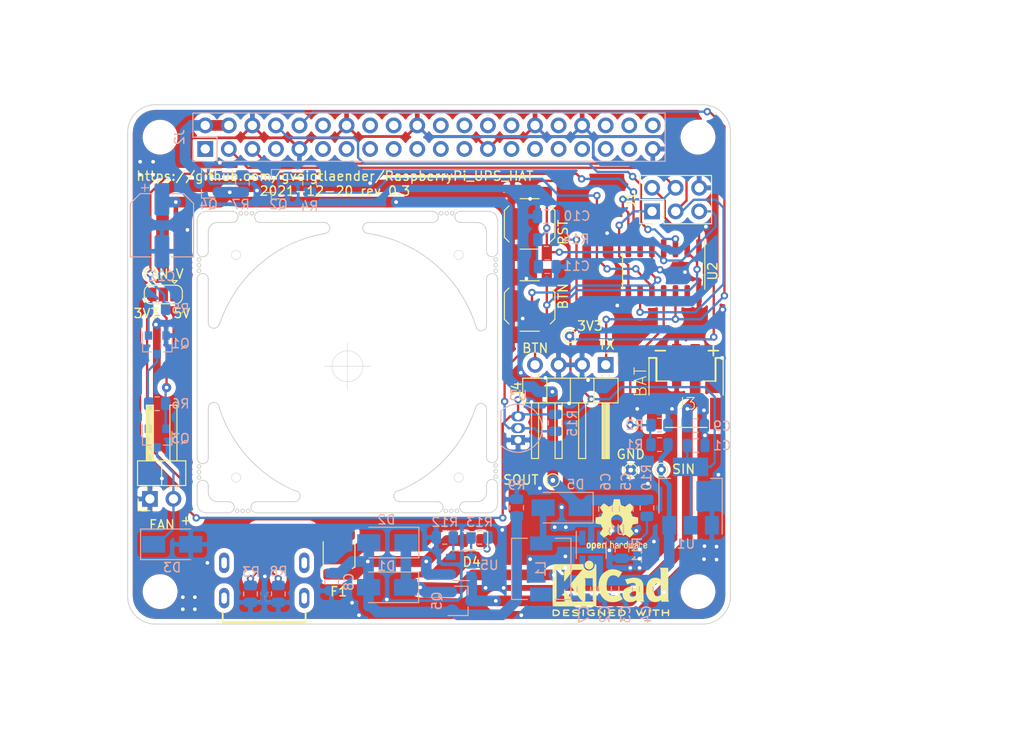
<source format=kicad_pcb>
(kicad_pcb (version 20171130) (host pcbnew 5.1.9+dfsg1-1)
  (layers (0 F.Cu signal) (31 B.Cu signal) (34 B.Paste user) (35 F.Paste user) (36 B.SilkS user) (37 F.SilkS user) (38 B.Mask user) (39 F.Mask user) (44 Edge.Cuts user))
  (net 0 "")
  (net 1 GND)
  (net 2 RST)
  (net 3 I2C_SDA)
  (net 4 I2C_SCL)
  (net 5 ISP_MISO)
  (net 6 TX)
  (net 7 RPI_POWER_ON_OUT)
  (net 8 ONE_WIRE)
  (net 9 +3V3)
  (net 10 "Net-(Q1-Pad3)")
  (net 11 "Net-(Q2-Pad3)")
  (net 12 FAN_5V_OUT)
  (net 13 /STEPUP_IN)
  (net 14 /STEPUP_OUT_5V)
  (net 15 /5V_IN)
  (net 16 /V_BAT+)
  (net 17 /FAN+)
  (net 18 "Net-(D4-Pad1)")
  (net 19 RPI_IS_ONLINE_IN)
  (net 20 /RPI_5V)
  (net 21 "Net-(J6-PadB5)")
  (net 22 "Net-(J6-PadA5)")
  (net 23 STEPUP_VOLTAGE_IN)
  (net 24 "Net-(R12-Pad1)")
  (net 25 /CHR_STATE)
  (net 26 /VUSB)
  (net 27 /SW)
  (net 28 /FB)
  (net 29 BTN)
  (net 30 /FAN_SUPPLY)
  (net 31 "Net-(Q1-Pad1)")
  (net 32 "Net-(Q2-Pad1)")
  (module Symbol:KiCad-Logo2_5mm_SilkScreen (layer F.Cu) (at 103.4 90.65)
    (fp_text reference REF** hide)
    (fp_text value KiCad-Logo2_5mm_SilkScreen hide)
  )
  (module Symbol:OSHW-Logo2_7.3x6mm_SilkScreen (layer F.Cu) (at 104.05 83.8)
    (fp_text reference REF** hide)
    (fp_text value OSHW-Logo2_7.3x6mm_SilkScreen hide)
  )
  (module kicad_parts:JST-PH-2-SMT-RA (layer F.Cu) (at 111.5 70.3 180)
    (fp_text reference J3 (at -0.05 -0.45 180) (layer F.SilkS) (effects (font (size 1.27 1.27) (thickness 0.1016))))
    (fp_text value BAT (at 4.9 1.9 270) (layer F.SilkS) (effects (font (size 1.27 1.27) (thickness 0.1016))))
    (fp_text user + (at -2.9591 5.38734 180) (layer F.SilkS) (effects (font (size 1.4224 1.4224) (thickness 0.1778))))
    (fp_text user - (at 2.7559 5.38734 180) (layer F.SilkS) (effects (font (size 1.4224 1.4224) (thickness 0.1778))))
    (pad 1 smd rect (at 0.99822 3.69824 180) (size 0.99822 4.59994) (layers F.Cu F.Paste F.Mask) (net 1 GND))
    (pad 2 smd rect (at -0.99822 3.69824 180) (size 0.99822 4.59994) (layers F.Cu F.Paste F.Mask) (net 16 /V_BAT+))
    (pad NC1 smd rect (at -3.39852 -1.4986 270) (size 3.39852 1.59766) (layers F.Cu F.Paste F.Mask))
    (pad NC2 smd rect (at 3.39852 -1.4986 270) (size 3.39852 1.59766) (layers F.Cu F.Paste F.Mask))
  )
  (module TestPoint:TestPoint_THTPad_D1.0mm_Drill0.5mm (layer F.Cu) (at 105.55 77.9)
    (fp_text reference TP3 hide)
    (fp_text value GND (at 0 -1.7) (layer F.SilkS))
    (pad 1 thru_hole circle (at 0 0) (size 1 1) (drill 0.5) (layers *.Cu *.Mask) (net 1 GND))
  )
  (module TestPoint:TestPoint_THTPad_D1.0mm_Drill0.5mm (layer F.Cu) (at 98.95 63.45)
    (fp_text reference TP4 hide)
    (fp_text value 3V3 (at 2.2 -1.1) (layer F.SilkS))
    (pad 1 thru_hole circle (at 0 0) (size 1 1) (drill 0.5) (layers *.Cu *.Mask) (net 9 +3V3))
  )
  (module Connector_PinHeader_2.54mm:PinHeader_2x03_P2.54mm_Vertical (layer F.Cu) (at 107.85 50 90)
    (fp_text reference J1 (at 1.27 -2.33 90) (layer F.SilkS))
    (fp_text value ISP)
    (pad 6 thru_hole oval (at 2.54 5.08 90) (size 1.7 1.7) (drill 1) (layers *.Cu *.Mask) (net 1 GND))
    (pad 5 thru_hole oval (at 0 5.08 90) (size 1.7 1.7) (drill 1) (layers *.Cu *.Mask) (net 2 RST))
    (pad 4 thru_hole oval (at 2.54 2.54 90) (size 1.7 1.7) (drill 1) (layers *.Cu *.Mask) (net 3 I2C_SDA))
    (pad 3 thru_hole oval (at 0 2.54 90) (size 1.7 1.7) (drill 1) (layers *.Cu *.Mask) (net 4 I2C_SCL))
    (pad 2 thru_hole oval (at 2.54 0 90) (size 1.7 1.7) (drill 1) (layers *.Cu *.Mask) (net 9 +3V3))
    (pad 1 thru_hole rect (at 0 0 90) (size 1.7 1.7) (drill 1) (layers *.Cu *.Mask) (net 5 ISP_MISO))
  )
  (module Connector_PinHeader_2.54mm:PinHeader_1x04_P2.54mm_Horizontal (layer F.Cu) (at 102.85 66.55 270)
    (fp_text reference J4 (at 2.65 9.6 90) (layer F.SilkS))
    (fp_text value COM)
    (pad 4 thru_hole oval (at 0 7.62 270) (size 1.7 1.7) (drill 1) (layers *.Cu *.Mask) (net 29 BTN))
    (pad 3 thru_hole oval (at 0 5.08 270) (size 1.7 1.7) (drill 1) (layers *.Cu *.Mask) (net 1 GND))
    (pad 2 thru_hole oval (at 0 2.54 270) (size 1.7 1.7) (drill 1) (layers *.Cu *.Mask) (net 1 GND))
    (pad 1 thru_hole rect (at 0 0 270) (size 1.7 1.7) (drill 1) (layers *.Cu *.Mask) (net 6 TX))
  )
  (module Package_TO_SOT_SMD:SOT-23-5 (layer B.Cu) (at 87.25 88.2 180)
    (fp_text reference U5 (at -3.05 0.05) (layer B.SilkS) (effects (justify mirror)))
    (fp_text value TP4054)
    (pad 5 smd rect (at 1.1 0.95 180) (size 1.06 0.65) (layers B.Cu B.Paste B.Mask) (net 24 "Net-(R12-Pad1)"))
    (pad 4 smd rect (at 1.1 -0.95 180) (size 1.06 0.65) (layers B.Cu B.Paste B.Mask) (net 15 /5V_IN))
    (pad 3 smd rect (at -1.1 -0.95 180) (size 1.06 0.65) (layers B.Cu B.Paste B.Mask) (net 16 /V_BAT+))
    (pad 2 smd rect (at -1.1 0 180) (size 1.06 0.65) (layers B.Cu B.Paste B.Mask) (net 1 GND))
    (pad 1 smd rect (at -1.1 0.95 180) (size 1.06 0.65) (layers B.Cu B.Paste B.Mask) (net 25 /CHR_STATE))
  )
  (module Package_TO_SOT_SMD:SOT-223-3_TabPin2 (layer B.Cu) (at 112 80.7 90)
    (fp_text reference U1 (at -5.15 -0.5) (layer B.SilkS) (effects (justify mirror)))
    (fp_text value AMS1117-3.3)
    (pad 1 smd rect (at -3.15 2.3 90) (size 2 1.5) (layers B.Cu B.Paste B.Mask) (net 1 GND))
    (pad 3 smd rect (at -3.15 -2.3 90) (size 2 1.5) (layers B.Cu B.Paste B.Mask) (net 13 /STEPUP_IN))
    (pad 2 smd rect (at -3.15 0 90) (size 2 1.5) (layers B.Cu B.Paste B.Mask) (net 9 +3V3))
    (pad 2 smd rect (at 3.15 0 90) (size 2 3.8) (layers B.Cu B.Paste B.Mask) (net 9 +3V3))
  )
  (module RaspberryPi_UPS_HAT:PinSocket_2x20_P2.54mm_Vertical_RPI (layer B.Cu) (at 59.67 43.27 270)
    (fp_text reference J2 (at -1.27 2.77 90) (layer B.SilkS) (effects (justify mirror)))
    (fp_text value Raspberry_Pi_2_3)
    (pad 1 thru_hole rect (at 0 0 270) (size 1.7 1.7) (drill 1) (layers *.Cu *.Mask))
    (pad 2 thru_hole oval (at -2.54 0 270) (size 1.7 1.7) (drill 1) (layers *.Cu *.Mask) (net 20 /RPI_5V))
    (pad 3 thru_hole oval (at 0 -2.54 270) (size 1.7 1.7) (drill 1) (layers *.Cu *.Mask) (net 3 I2C_SDA))
    (pad 4 thru_hole oval (at -2.54 -2.54 270) (size 1.7 1.7) (drill 1) (layers *.Cu *.Mask) (net 20 /RPI_5V))
    (pad 5 thru_hole oval (at 0 -5.08 270) (size 1.7 1.7) (drill 1) (layers *.Cu *.Mask) (net 4 I2C_SCL))
    (pad 6 thru_hole oval (at -2.54 -5.08 270) (size 1.7 1.7) (drill 1) (layers *.Cu *.Mask) (net 1 GND))
    (pad 7 thru_hole oval (at 0 -7.62 270) (size 1.7 1.7) (drill 1) (layers *.Cu *.Mask))
    (pad 8 thru_hole oval (at -2.54 -7.62 270) (size 1.7 1.7) (drill 1) (layers *.Cu *.Mask) (net 19 RPI_IS_ONLINE_IN))
    (pad 9 thru_hole oval (at 0 -10.16 270) (size 1.7 1.7) (drill 1) (layers *.Cu *.Mask) (net 1 GND))
    (pad 10 thru_hole oval (at -2.54 -10.16 270) (size 1.7 1.7) (drill 1) (layers *.Cu *.Mask) (net 6 TX))
    (pad 11 thru_hole oval (at 0 -12.7 270) (size 1.7 1.7) (drill 1) (layers *.Cu *.Mask))
    (pad 12 thru_hole oval (at -2.54 -12.7 270) (size 1.7 1.7) (drill 1) (layers *.Cu *.Mask))
    (pad 13 thru_hole oval (at 0 -15.24 270) (size 1.7 1.7) (drill 1) (layers *.Cu *.Mask))
    (pad 14 thru_hole oval (at -2.54 -15.24 270) (size 1.7 1.7) (drill 1) (layers *.Cu *.Mask) (net 1 GND))
    (pad 15 thru_hole oval (at 0 -17.78 270) (size 1.7 1.7) (drill 1) (layers *.Cu *.Mask))
    (pad 16 thru_hole oval (at -2.54 -17.78 270) (size 1.7 1.7) (drill 1) (layers *.Cu *.Mask))
    (pad 17 thru_hole oval (at 0 -20.32 270) (size 1.7 1.7) (drill 1) (layers *.Cu *.Mask))
    (pad 18 thru_hole oval (at -2.54 -20.32 270) (size 1.7 1.7) (drill 1) (layers *.Cu *.Mask))
    (pad 19 thru_hole oval (at 0 -22.86 270) (size 1.7 1.7) (drill 1) (layers *.Cu *.Mask))
    (pad 20 thru_hole oval (at -2.54 -22.86 270) (size 1.7 1.7) (drill 1) (layers *.Cu *.Mask) (net 1 GND))
    (pad 21 thru_hole oval (at 0 -25.4 270) (size 1.7 1.7) (drill 1) (layers *.Cu *.Mask))
    (pad 22 thru_hole oval (at -2.54 -25.4 270) (size 1.7 1.7) (drill 1) (layers *.Cu *.Mask))
    (pad 23 thru_hole oval (at 0 -27.94 270) (size 1.7 1.7) (drill 1) (layers *.Cu *.Mask))
    (pad 24 thru_hole oval (at -2.54 -27.94 270) (size 1.7 1.7) (drill 1) (layers *.Cu *.Mask))
    (pad 25 thru_hole oval (at 0 -30.48 270) (size 1.7 1.7) (drill 1) (layers *.Cu *.Mask) (net 1 GND))
    (pad 26 thru_hole oval (at -2.54 -30.48 270) (size 1.7 1.7) (drill 1) (layers *.Cu *.Mask))
    (pad 27 thru_hole oval (at 0 -33.02 270) (size 1.7 1.7) (drill 1) (layers *.Cu *.Mask))
    (pad 28 thru_hole oval (at -2.54 -33.02 270) (size 1.7 1.7) (drill 1) (layers *.Cu *.Mask))
    (pad 29 thru_hole oval (at 0 -35.56 270) (size 1.7 1.7) (drill 1) (layers *.Cu *.Mask))
    (pad 30 thru_hole oval (at -2.54 -35.56 270) (size 1.7 1.7) (drill 1) (layers *.Cu *.Mask) (net 1 GND))
    (pad 31 thru_hole oval (at 0 -38.1 270) (size 1.7 1.7) (drill 1) (layers *.Cu *.Mask))
    (pad 32 thru_hole oval (at -2.54 -38.1 270) (size 1.7 1.7) (drill 1) (layers *.Cu *.Mask))
    (pad 33 thru_hole oval (at 0 -40.64 270) (size 1.7 1.7) (drill 1) (layers *.Cu *.Mask))
    (pad 34 thru_hole oval (at -2.54 -40.64 270) (size 1.7 1.7) (drill 1) (layers *.Cu *.Mask) (net 1 GND))
    (pad 35 thru_hole oval (at 0 -43.18 270) (size 1.7 1.7) (drill 1) (layers *.Cu *.Mask))
    (pad 36 thru_hole oval (at -2.54 -43.18 270) (size 1.7 1.7) (drill 1) (layers *.Cu *.Mask))
    (pad 37 thru_hole oval (at 0 -45.72 270) (size 1.7 1.7) (drill 1) (layers *.Cu *.Mask))
    (pad 38 thru_hole oval (at -2.54 -45.72 270) (size 1.7 1.7) (drill 1) (layers *.Cu *.Mask))
    (pad 39 thru_hole oval (at 0 -48.26 270) (size 1.7 1.7) (drill 1) (layers *.Cu *.Mask) (net 1 GND))
    (pad 40 thru_hole oval (at -2.54 -48.26 270) (size 1.7 1.7) (drill 1) (layers *.Cu *.Mask))
  )
  (module Package_TO_SOT_SMD:SOT-23-6_Handsoldering (layer B.Cu) (at 101.285 86.54 270)
    (fp_text reference U4 (at -2.19 -2.715) (layer B.SilkS) (effects (justify mirror)))
    (fp_text value MT3608)
    (pad 1 smd rect (at -1.35 0.95 270) (size 1.56 0.65) (layers B.Cu B.Paste B.Mask) (net 27 /SW))
    (pad 2 smd rect (at -1.35 0 270) (size 1.56 0.65) (layers B.Cu B.Paste B.Mask) (net 1 GND))
    (pad 3 smd rect (at -1.35 -0.95 270) (size 1.56 0.65) (layers B.Cu B.Paste B.Mask) (net 28 /FB))
    (pad 4 smd rect (at 1.35 -0.95 270) (size 1.56 0.65) (layers B.Cu B.Paste B.Mask) (net 13 /STEPUP_IN))
    (pad 6 smd rect (at 1.35 0.95 270) (size 1.56 0.65) (layers B.Cu B.Paste B.Mask))
    (pad 5 smd rect (at 1.35 0 270) (size 1.56 0.65) (layers B.Cu B.Paste B.Mask) (net 13 /STEPUP_IN))
  )
  (module Fuse:Fuse_1812_4532Metric (layer F.Cu) (at 74.1 87 270)
    (fp_text reference F1 (at 4 0.05) (layer F.SilkS))
    (fp_text value Fuse)
    (pad 2 smd roundrect (at 2.1375 0 270) (size 1.125 3.4) (layers F.Cu F.Paste F.Mask) (roundrect_rratio 0.2222213333333333) (net 15 /5V_IN))
    (pad 1 smd roundrect (at -2.1375 0 270) (size 1.125 3.4) (layers F.Cu F.Paste F.Mask) (roundrect_rratio 0.2222213333333333) (net 26 /VUSB))
  )
  (module Resistor_SMD:R_0805_2012Metric (layer B.Cu) (at 97.4 72.8 270)
    (fp_text reference R15 (at 0.05 -1.85 90) (layer B.SilkS) (effects (justify mirror)))
    (fp_text value 4k7)
    (pad 2 smd roundrect (at 0.9125 0 270) (size 1.025 1.4) (layers B.Cu B.Paste B.Mask) (roundrect_rratio 0.2439014634146341) (net 8 ONE_WIRE))
    (pad 1 smd roundrect (at -0.9125 0 270) (size 1.025 1.4) (layers B.Cu B.Paste B.Mask) (roundrect_rratio 0.2439014634146341) (net 9 +3V3))
  )
  (module Package_TO_SOT_SMD:SOT-23 (layer B.Cu) (at 67.56 47.07 180)
    (fp_text reference Q2 (at 0 -2.18) (layer B.SilkS) (effects (justify mirror)))
    (fp_text value BC846)
    (pad 3 smd rect (at 1 0 180) (size 0.9 0.8) (layers B.Cu B.Paste B.Mask) (net 11 "Net-(Q2-Pad3)"))
    (pad 2 smd rect (at -1 -0.95 180) (size 0.9 0.8) (layers B.Cu B.Paste B.Mask) (net 1 GND))
    (pad 1 smd rect (at -1 0.95 180) (size 0.9 0.8) (layers B.Cu B.Paste B.Mask) (net 32 "Net-(Q2-Pad1)"))
  )
  (module Package_TO_SOT_SMD:SOT-23 (layer B.Cu) (at 54.5 64.39 270)
    (fp_text reference Q1 (at -0.14 -2.5 180) (layer B.SilkS) (effects (justify mirror)))
    (fp_text value BC846)
    (pad 3 smd rect (at 1 0 270) (size 0.9 0.8) (layers B.Cu B.Paste B.Mask) (net 10 "Net-(Q1-Pad3)"))
    (pad 2 smd rect (at -1 -0.95 270) (size 0.9 0.8) (layers B.Cu B.Paste B.Mask) (net 1 GND))
    (pad 1 smd rect (at -1 0.95 270) (size 0.9 0.8) (layers B.Cu B.Paste B.Mask) (net 31 "Net-(Q1-Pad1)"))
  )
  (module Jumper:SolderJumper-3_P1.3mm_Open_RoundedPad1.0x1.5mm (layer F.Cu) (at 55.15 58.96 180)
    (fp_text reference JP1 hide)
    (fp_text value "FAN V" (at 0 2.21) (layer F.SilkS))
    (pad 2 smd rect (at 0 0 180) (size 1 1.5) (layers F.Cu F.Mask) (net 30 /FAN_SUPPLY))
    (pad 3 smd custom (at 1.3 0 180) (size 1 0.5) (layers F.Cu F.Mask) (net 9 +3V3) (options (clearance outline) (anchor rect)) (primitives (gr_circle (center 0 0.25) (end 0.5 0.25) (width 0)) (gr_circle (center 0 -0.25) (end 0.5 -0.25) (width 0)) (gr_poly (pts (xy -0.55 -0.75) (xy 0 -0.75) (xy 0 0.75) (xy -0.55 0.75)) (width 0))))
    (pad 1 smd custom (at -1.3 0 180) (size 1 0.5) (layers F.Cu F.Mask) (net 14 /STEPUP_OUT_5V) (options (clearance outline) (anchor rect)) (primitives (gr_circle (center 0 0.25) (end 0.5 0.25) (width 0)) (gr_circle (center 0 -0.25) (end 0.5 -0.25) (width 0)) (gr_poly (pts (xy 0.55 -0.75) (xy 0 -0.75) (xy 0 0.75) (xy 0.55 0.75)) (width 0))))
  )
  (module Resistor_SMD:R_0805_2012Metric (layer B.Cu) (at 96.45 53.05)
    (fp_text reference R14 (at 3.2 -0.05) (layer B.SilkS) (effects (justify mirror)))
    (fp_text value 10k)
    (pad 2 smd roundrect (at 0.9125 0) (size 1.025 1.4) (layers B.Cu B.Paste B.Mask) (roundrect_rratio 0.2439014634146341) (net 9 +3V3))
    (pad 1 smd roundrect (at -0.9125 0) (size 1.025 1.4) (layers B.Cu B.Paste B.Mask) (roundrect_rratio 0.2439014634146341) (net 2 RST))
  )
  (module Resistor_SMD:R_0805_2012Metric (layer B.Cu) (at 89.25 85.15 180)
    (fp_text reference R13 (at 0 1.65) (layer B.SilkS) (effects (justify mirror)))
    (fp_text value 10k)
    (pad 2 smd roundrect (at 0.9125 0 180) (size 1.025 1.4) (layers B.Cu B.Paste B.Mask) (roundrect_rratio 0.2439014634146341) (net 25 /CHR_STATE))
    (pad 1 smd roundrect (at -0.9125 0 180) (size 1.025 1.4) (layers B.Cu B.Paste B.Mask) (roundrect_rratio 0.2439014634146341) (net 18 "Net-(D4-Pad1)"))
  )
  (module Resistor_SMD:R_0805_2012Metric (layer B.Cu) (at 85.5 85.15 180)
    (fp_text reference R12 (at 0 1.65) (layer B.SilkS) (effects (justify mirror)))
    (fp_text value 10k)
    (pad 2 smd roundrect (at 0.9125 0 180) (size 1.025 1.4) (layers B.Cu B.Paste B.Mask) (roundrect_rratio 0.2439014634146341) (net 1 GND))
    (pad 1 smd roundrect (at -0.9125 0 180) (size 1.025 1.4) (layers B.Cu B.Paste B.Mask) (roundrect_rratio 0.2439014634146341) (net 24 "Net-(R12-Pad1)"))
  )
  (module Resistor_SMD:R_0805_2012Metric (layer B.Cu) (at 104.6 86.5 270)
    (fp_text reference R11 (at 0.05 -1.65 90) (layer B.SilkS) (effects (justify mirror)))
    (fp_text value 14k)
    (pad 2 smd roundrect (at 0.9125 0 270) (size 1.025 1.4) (layers B.Cu B.Paste B.Mask) (roundrect_rratio 0.2439014634146341) (net 1 GND))
    (pad 1 smd roundrect (at -0.9125 0 270) (size 1.025 1.4) (layers B.Cu B.Paste B.Mask) (roundrect_rratio 0.2439014634146341) (net 28 /FB))
  )
  (module Resistor_SMD:R_0805_2012Metric (layer B.Cu) (at 107.3 81.97 270)
    (fp_text reference R10 (at -3.27 0.05 90) (layer B.SilkS) (effects (justify mirror)))
    (fp_text value 100k)
    (pad 2 smd roundrect (at 0.9125 0 270) (size 1.025 1.4) (layers B.Cu B.Paste B.Mask) (roundrect_rratio 0.2439014634146341) (net 28 /FB))
    (pad 1 smd roundrect (at -0.9125 0 270) (size 1.025 1.4) (layers B.Cu B.Paste B.Mask) (roundrect_rratio 0.2439014634146341) (net 14 /STEPUP_OUT_5V))
  )
  (module Resistor_SMD:R_0805_2012Metric (layer B.Cu) (at 93.25 81.95 90)
    (fp_text reference R9 (at 2.45 0 180) (layer B.SilkS) (effects (justify mirror)))
    (fp_text value 100k)
    (pad 2 smd roundrect (at 0.9125 0 90) (size 1.025 1.4) (layers B.Cu B.Paste B.Mask) (roundrect_rratio 0.2439014634146341) (net 1 GND))
    (pad 1 smd roundrect (at -0.9125 0 90) (size 1.025 1.4) (layers B.Cu B.Paste B.Mask) (roundrect_rratio 0.2439014634146341) (net 15 /5V_IN))
  )
  (module Resistor_SMD:R_0805_2012Metric (layer B.Cu) (at 67.55 91.25 270)
    (fp_text reference R8 (at -2.425 -0.025 180) (layer B.SilkS) (effects (justify mirror)))
    (fp_text value 5.1k)
    (pad 2 smd roundrect (at 0.9125 0 270) (size 1.025 1.4) (layers B.Cu B.Paste B.Mask) (roundrect_rratio 0.2439014634146341) (net 1 GND))
    (pad 1 smd roundrect (at -0.9125 0 270) (size 1.025 1.4) (layers B.Cu B.Paste B.Mask) (roundrect_rratio 0.2439014634146341) (net 21 "Net-(J6-PadB5)"))
  )
  (module Resistor_SMD:R_0805_2012Metric (layer B.Cu) (at 63.675 46.985 270)
    (fp_text reference R7 (at 2.265 0.175 180) (layer B.SilkS) (effects (justify mirror)))
    (fp_text value 100k)
    (pad 2 smd roundrect (at 0.9125 0 270) (size 1.025 1.4) (layers B.Cu B.Paste B.Mask) (roundrect_rratio 0.2439014634146341) (net 14 /STEPUP_OUT_5V))
    (pad 1 smd roundrect (at -0.9125 0 270) (size 1.025 1.4) (layers B.Cu B.Paste B.Mask) (roundrect_rratio 0.2439014634146341) (net 11 "Net-(Q2-Pad3)"))
  )
  (module Resistor_SMD:R_0805_2012Metric (layer B.Cu) (at 54.485 70.74)
    (fp_text reference R6 (at 2.515 0.01) (layer B.SilkS) (effects (justify mirror)))
    (fp_text value 100k)
    (pad 2 smd roundrect (at 0.9125 0) (size 1.025 1.4) (layers B.Cu B.Paste B.Mask) (roundrect_rratio 0.2439014634146341) (net 30 /FAN_SUPPLY))
    (pad 1 smd roundrect (at -0.9125 0) (size 1.025 1.4) (layers B.Cu B.Paste B.Mask) (roundrect_rratio 0.2439014634146341) (net 10 "Net-(Q1-Pad3)"))
  )
  (module Resistor_SMD:R_0805_2012Metric (layer B.Cu) (at 54.485 60.49)
    (fp_text reference R5 (at 2.515 0.01) (layer B.SilkS) (effects (justify mirror)))
    (fp_text value 10k)
    (pad 2 smd roundrect (at 0.9125 0) (size 1.025 1.4) (layers B.Cu B.Paste B.Mask) (roundrect_rratio 0.2439014634146341) (net 12 FAN_5V_OUT))
    (pad 1 smd roundrect (at -0.9125 0) (size 1.025 1.4) (layers B.Cu B.Paste B.Mask) (roundrect_rratio 0.2439014634146341) (net 31 "Net-(Q1-Pad1)"))
  )
  (module Resistor_SMD:R_0805_2012Metric (layer B.Cu) (at 70.925 46.985 270)
    (fp_text reference R4 (at 2.435 0.025 180) (layer B.SilkS) (effects (justify mirror)))
    (fp_text value 10k)
    (pad 2 smd roundrect (at 0.9125 0 270) (size 1.025 1.4) (layers B.Cu B.Paste B.Mask) (roundrect_rratio 0.2439014634146341) (net 7 RPI_POWER_ON_OUT))
    (pad 1 smd roundrect (at -0.9125 0 270) (size 1.025 1.4) (layers B.Cu B.Paste B.Mask) (roundrect_rratio 0.2439014634146341) (net 32 "Net-(Q2-Pad1)"))
  )
  (module Resistor_SMD:R_0805_2012Metric (layer B.Cu) (at 64.55 91.25 270)
    (fp_text reference R3 (at -2.375 -0.05 180) (layer B.SilkS) (effects (justify mirror)))
    (fp_text value 5.1k)
    (pad 2 smd roundrect (at 0.9125 0 270) (size 1.025 1.4) (layers B.Cu B.Paste B.Mask) (roundrect_rratio 0.2439014634146341) (net 1 GND))
    (pad 1 smd roundrect (at -0.9125 0 270) (size 1.025 1.4) (layers B.Cu B.Paste B.Mask) (roundrect_rratio 0.2439014634146341) (net 22 "Net-(J6-PadA5)"))
  )
  (module Resistor_SMD:R_0805_2012Metric (layer B.Cu) (at 108.65 73.05)
    (fp_text reference R2 (at -2.7 0) (layer B.SilkS) (effects (justify mirror)))
    (fp_text value 33k)
    (pad 2 smd roundrect (at 0.9125 0) (size 1.025 1.4) (layers B.Cu B.Paste B.Mask) (roundrect_rratio 0.2439014634146341) (net 1 GND))
    (pad 1 smd roundrect (at -0.9125 0) (size 1.025 1.4) (layers B.Cu B.Paste B.Mask) (roundrect_rratio 0.2439014634146341) (net 23 STEPUP_VOLTAGE_IN))
  )
  (module Resistor_SMD:R_0805_2012Metric (layer B.Cu) (at 108.65 75.15)
    (fp_text reference R1 (at -2.7 0) (layer B.SilkS) (effects (justify mirror)))
    (fp_text value 22k)
    (pad 2 smd roundrect (at 0.9125 0) (size 1.025 1.4) (layers B.Cu B.Paste B.Mask) (roundrect_rratio 0.2439014634146341) (net 13 /STEPUP_IN))
    (pad 1 smd roundrect (at -0.9125 0) (size 1.025 1.4) (layers B.Cu B.Paste B.Mask) (roundrect_rratio 0.2439014634146341) (net 23 STEPUP_VOLTAGE_IN))
  )
  (module Diode_SMD:D_SMA (layer B.Cu) (at 56.1 85.9)
    (fp_text reference D3 (at 0 2.5) (layer B.SilkS) (effects (justify mirror)))
    (fp_text value 1N5819)
    (pad 2 smd rect (at 2 0) (size 2.5 1.8) (layers B.Cu B.Paste B.Mask) (net 1 GND))
    (pad 1 smd rect (at -2 0) (size 2.5 1.8) (layers B.Cu B.Paste B.Mask) (net 17 /FAN+))
  )
  (module Connector_PinHeader_2.54mm:PinHeader_1x02_P2.54mm_Horizontal (layer F.Cu) (at 53.7 81 90)
    (fp_text reference J5 hide)
    (fp_text value FAN (at -2.8 1.3 180) (layer F.SilkS))
    (pad 2 thru_hole oval (at 0 2.54 90) (size 1.7 1.7) (drill 1) (layers *.Cu *.Mask) (net 17 /FAN+))
    (pad 1 thru_hole rect (at 0 0 90) (size 1.7 1.7) (drill 1) (layers *.Cu *.Mask) (net 1 GND))
  )
  (module Capacitor_SMD:CP_Elec_6.3x5.9 (layer B.Cu) (at 55 51.5 270)
    (fp_text reference C12 (at 5.5 0 180) (layer B.SilkS) (effects (justify mirror)))
    (fp_text value 100uF)
    (pad 2 smd roundrect (at 2.8 0 270) (size 3.5 1.6) (layers B.Cu B.Paste B.Mask) (roundrect_rratio 0.15625) (net 1 GND))
    (pad 1 smd roundrect (at -2.8 0 270) (size 3.5 1.6) (layers B.Cu B.Paste B.Mask) (roundrect_rratio 0.15625) (net 14 /STEPUP_OUT_5V))
  )
  (module kicad_parts:RPi_Hat_Mounting_Hole (layer F.Cu) (at 54.8 42)
    (fp_text reference "" hide)
    (fp_text value "" hide)
    (pad "" np_thru_hole circle (at 0 0) (size 2.75 2.75) (drill 2.75) (layers *.Cu *.Mask))
  )
  (module kicad_parts:RPi_Hat_Mounting_Hole (layer F.Cu) (at 112.8 42)
    (fp_text reference "" hide)
    (fp_text value "" hide)
    (pad "" np_thru_hole circle (at 0 0) (size 2.75 2.75) (drill 2.75) (layers *.Cu *.Mask))
  )
  (module kicad_parts:RPi_Hat_Mounting_Hole (layer F.Cu) (at 112.8 91)
    (fp_text reference "" hide)
    (fp_text value "" hide)
    (pad "" np_thru_hole circle (at 0 0) (size 2.75 2.75) (drill 2.75) (layers *.Cu *.Mask))
  )
  (module kicad_parts:RPi_Hat_Mounting_Hole (layer F.Cu) (at 54.8 91)
    (fp_text reference "" hide)
    (fp_text value "" hide)
    (pad "" np_thru_hole circle (at 0 0) (size 2.75 2.75) (drill 2.75) (layers *.Cu *.Mask))
  )
  (module kicad_parts:SW_SPST_SKQG_WithoutStem (layer F.Cu) (at 94.65 51.35 270)
    (fp_text reference SW2 hide)
    (fp_text value RST (at 0.9 -3.6 90) (layer F.SilkS))
    (pad 2 smd rect (at 3.1 1.85 270) (size 1.8 1.1) (layers F.Cu F.Paste F.Mask) (net 1 GND))
    (pad 2 smd rect (at -3.1 1.85 270) (size 1.8 1.1) (layers F.Cu F.Paste F.Mask) (net 1 GND))
    (pad 1 smd rect (at 3.1 -1.85 270) (size 1.8 1.1) (layers F.Cu F.Paste F.Mask) (net 2 RST))
    (pad 1 smd rect (at -3.1 -1.85 270) (size 1.8 1.1) (layers F.Cu F.Paste F.Mask) (net 2 RST))
  )
  (module Capacitor_SMD:C_0805_2012Metric (layer B.Cu) (at 96.55 55.96)
    (fp_text reference C11 (at 3.15 -0.06) (layer B.SilkS) (effects (justify mirror)))
    (fp_text value 100nF)
    (pad 2 smd roundrect (at 0.95 0) (size 1 1.45) (layers B.Cu B.Paste B.Mask) (net 1 GND))
    (pad 1 smd roundrect (at -0.95 0) (size 1 1.45) (layers B.Cu B.Paste B.Mask) (net 2 RST))
  )
  (module Capacitor_SMD:C_0805_2012Metric (layer B.Cu) (at 96.45 50.55 180)
    (fp_text reference C10 (at -3.3 0.05) (layer B.SilkS) (effects (justify mirror)))
    (fp_text value 100nF)
    (pad 2 smd roundrect (at 0.95 0 180) (size 1 1.45) (layers B.Cu B.Paste B.Mask) (net 1 GND))
    (pad 1 smd roundrect (at -0.95 0 180) (size 1 1.45) (layers B.Cu B.Paste B.Mask) (net 9 +3V3))
  )
  (module kicad_parts:SW_SPST_SKQG_WithoutStem (layer F.Cu) (at 94.65 60.2 270)
    (fp_text reference SW1 hide)
    (fp_text value BTN (at -1.05 -3.6 90) (layer F.SilkS))
    (pad 2 smd rect (at 3.1 1.85 270) (size 1.8 1.1) (layers F.Cu F.Paste F.Mask) (net 1 GND))
    (pad 2 smd rect (at -3.1 1.85 270) (size 1.8 1.1) (layers F.Cu F.Paste F.Mask) (net 1 GND))
    (pad 1 smd rect (at 3.1 -1.85 270) (size 1.8 1.1) (layers F.Cu F.Paste F.Mask) (net 29 BTN))
    (pad 1 smd rect (at -3.1 -1.85 270) (size 1.8 1.1) (layers F.Cu F.Paste F.Mask) (net 29 BTN))
  )
  (module TestPoint:TestPoint_THTPad_D1.0mm_Drill0.5mm (layer F.Cu) (at 97.15 79)
    (fp_text reference TP2 hide)
    (fp_text value SOUT (at -3.45 -0.05) (layer F.SilkS))
    (pad 1 thru_hole circle (at 0 0) (size 1 1) (drill 0.5) (layers *.Cu *.Mask) (net 14 /STEPUP_OUT_5V))
  )
  (module TestPoint:TestPoint_THTPad_D1.0mm_Drill0.5mm (layer F.Cu) (at 108.85 77.85)
    (fp_text reference TP1 hide)
    (fp_text value SIN (at 2.4 -0.05) (layer F.SilkS))
    (pad 1 thru_hole circle (at 0 0) (size 1 1) (drill 0.5) (layers *.Cu *.Mask) (net 13 /STEPUP_IN))
  )
  (module Package_TO_SOT_SMD:SOT-23 (layer B.Cu) (at 54.485 74.44 270)
    (fp_text reference Q3 (at 0.06 -2.515) (layer B.SilkS) (effects (justify mirror)))
    (fp_text value AO3401A)
    (pad 3 smd rect (at 1 0 270) (size 0.9 0.8) (layers B.Cu B.Paste B.Mask) (net 17 /FAN+))
    (pad 2 smd rect (at -1 -0.95 270) (size 0.9 0.8) (layers B.Cu B.Paste B.Mask) (net 30 /FAN_SUPPLY))
    (pad 1 smd rect (at -1 0.95 270) (size 0.9 0.8) (layers B.Cu B.Paste B.Mask) (net 10 "Net-(Q1-Pad3)"))
  )
  (module Package_TO_SOT_SMD:SOT-23 (layer B.Cu) (at 60.025 46.985 180)
    (fp_text reference Q4 (at 0 -2.265) (layer B.SilkS) (effects (justify mirror)))
    (fp_text value AO3401A)
    (pad 3 smd rect (at 1 0 180) (size 0.9 0.8) (layers B.Cu B.Paste B.Mask) (net 20 /RPI_5V))
    (pad 2 smd rect (at -1 -0.95 180) (size 0.9 0.8) (layers B.Cu B.Paste B.Mask) (net 14 /STEPUP_OUT_5V))
    (pad 1 smd rect (at -1 0.95 180) (size 0.9 0.8) (layers B.Cu B.Paste B.Mask) (net 11 "Net-(Q2-Pad3)"))
  )
  (module Package_SO:SOIC-14_3.9x8.7mm_P1.27mm (layer F.Cu) (at 109.1 56.45 270)
    (fp_text reference U2 (at 0 -5.28 90) (layer F.SilkS))
    (fp_text value ATtiny841-SSU)
    (pad 1 smd roundrect (at -2.475 -3.81 270) (size 1.95 0.6) (layers F.Cu F.Paste F.Mask) (net 9 +3V3))
    (pad 2 smd roundrect (at -2.475 -2.54 270) (size 1.95 0.6) (layers F.Cu F.Paste F.Mask) (net 29 BTN))
    (pad 3 smd roundrect (at -2.475 -1.27 270) (size 1.95 0.6) (layers F.Cu F.Paste F.Mask) (net 19 RPI_IS_ONLINE_IN))
    (pad 4 smd roundrect (at -2.475 0 270) (size 1.95 0.6) (layers F.Cu F.Paste F.Mask) (net 2 RST))
    (pad 5 smd roundrect (at -2.475 1.27 270) (size 1.95 0.6) (layers F.Cu F.Paste F.Mask) (net 8 ONE_WIRE))
    (pad 6 smd roundrect (at -2.475 2.54 270) (size 1.95 0.6) (layers F.Cu F.Paste F.Mask) (net 12 FAN_5V_OUT))
    (pad 7 smd roundrect (at -2.475 3.81 270) (size 1.95 0.6) (layers F.Cu F.Paste F.Mask) (net 3 I2C_SDA))
    (pad 8 smd roundrect (at 2.475 3.81 270) (size 1.95 0.6) (layers F.Cu F.Paste F.Mask) (net 5 ISP_MISO))
    (pad 9 smd roundrect (at 2.475 2.54 270) (size 1.95 0.6) (layers F.Cu F.Paste F.Mask) (net 4 I2C_SCL))
    (pad 10 smd roundrect (at 2.475 1.27 270) (size 1.95 0.6) (layers F.Cu F.Paste F.Mask) (net 7 RPI_POWER_ON_OUT))
    (pad 11 smd roundrect (at 2.475 0 270) (size 1.95 0.6) (layers F.Cu F.Paste F.Mask) (net 23 STEPUP_VOLTAGE_IN))
    (pad 12 smd roundrect (at 2.475 -1.27 270) (size 1.95 0.6) (layers F.Cu F.Paste F.Mask) (net 6 TX))
    (pad 13 smd roundrect (at 2.475 -2.54 270) (size 1.95 0.6) (layers F.Cu F.Paste F.Mask))
    (pad 14 smd roundrect (at 2.475 -3.81 270) (size 1.95 0.6) (layers F.Cu F.Paste F.Mask) (net 1 GND))
  )
  (module Package_TO_SOT_THT:TO-92_Inline (layer B.Cu) (at 93.4 74.65 90)
    (fp_text reference U3 (at 4.8 0 180) (layer B.SilkS) (effects (justify mirror)))
    (fp_text value DS18B20)
    (pad 1 thru_hole rect (at 0 0 90) (size 1.05 1.5) (drill 0.75) (layers *.Cu *.Mask) (net 1 GND))
    (pad 3 thru_hole oval (at 2.54 0 90) (size 1.05 1.5) (drill 0.75) (layers *.Cu *.Mask) (net 9 +3V3))
    (pad 2 thru_hole oval (at 1.27 0 90) (size 1.05 1.5) (drill 0.75) (layers *.Cu *.Mask) (net 8 ONE_WIRE))
  )
  (module Diode_SMD:D_SMA (layer B.Cu) (at 79.305 85.71 180)
    (fp_text reference D2 (at 0.105 2.46) (layer B.SilkS) (effects (justify mirror)))
    (fp_text value 1N5819)
    (pad 2 smd rect (at 2 0 180) (size 2.5 1.8) (layers B.Cu B.Paste B.Mask) (net 15 /5V_IN))
    (pad 1 smd rect (at -2 0 180) (size 2.5 1.8) (layers B.Cu B.Paste B.Mask) (net 13 /STEPUP_IN))
  )
  (module Capacitor_SMD:C_0805_2012Metric (layer B.Cu) (at 112.6 75.25)
    (fp_text reference C1 (at 2.8 0) (layer B.SilkS) (effects (justify mirror)))
    (fp_text value 470pF)
    (pad 2 smd roundrect (at 0.95 0) (size 1 1.45) (layers B.Cu B.Paste B.Mask) (net 1 GND))
    (pad 1 smd roundrect (at -0.95 0) (size 1 1.45) (layers B.Cu B.Paste B.Mask) (net 9 +3V3))
  )
  (module Capacitor_SMD:C_0805_2012Metric (layer B.Cu) (at 102.725 90.72 270)
    (fp_text reference C2 (at 2.73 -0.025 90) (layer B.SilkS) (effects (justify mirror)))
    (fp_text value 1uF)
    (pad 2 smd roundrect (at 0.95 0 270) (size 1 1.45) (layers B.Cu B.Paste B.Mask) (net 1 GND))
    (pad 1 smd roundrect (at -0.95 0 270) (size 1 1.45) (layers B.Cu B.Paste B.Mask) (net 13 /STEPUP_IN))
  )
  (module Capacitor_SMD:C_0805_2012Metric (layer B.Cu) (at 105 90.72 270)
    (fp_text reference C3 (at 2.73 0 90) (layer B.SilkS) (effects (justify mirror)))
    (fp_text value 22uF)
    (pad 2 smd roundrect (at 0.95 0 270) (size 1 1.45) (layers B.Cu B.Paste B.Mask) (net 1 GND))
    (pad 1 smd roundrect (at -0.95 0 270) (size 1 1.45) (layers B.Cu B.Paste B.Mask) (net 13 /STEPUP_IN))
  )
  (module Capacitor_SMD:C_0805_2012Metric (layer B.Cu) (at 107.225 90.72 270)
    (fp_text reference C4 (at 2.73 -0.025 90) (layer B.SilkS) (effects (justify mirror)))
    (fp_text value 22uF)
    (pad 2 smd roundrect (at 0.95 0 270) (size 1 1.45) (layers B.Cu B.Paste B.Mask) (net 1 GND))
    (pad 1 smd roundrect (at -0.95 0 270) (size 1 1.45) (layers B.Cu B.Paste B.Mask) (net 13 /STEPUP_IN))
  )
  (module Capacitor_SMD:C_0805_2012Metric (layer B.Cu) (at 105.07 82.08 270)
    (fp_text reference C5 (at -2.93 0.02 90) (layer B.SilkS) (effects (justify mirror)))
    (fp_text value 22uF)
    (pad 2 smd roundrect (at 0.95 0 270) (size 1 1.45) (layers B.Cu B.Paste B.Mask) (net 1 GND))
    (pad 1 smd roundrect (at -0.95 0 270) (size 1 1.45) (layers B.Cu B.Paste B.Mask) (net 14 /STEPUP_OUT_5V))
  )
  (module Capacitor_SMD:C_0805_2012Metric (layer B.Cu) (at 102.83 82.08 270)
    (fp_text reference C6 (at -2.93 -0.02 90) (layer B.SilkS) (effects (justify mirror)))
    (fp_text value 22uF)
    (pad 2 smd roundrect (at 0.95 0 270) (size 1 1.45) (layers B.Cu B.Paste B.Mask) (net 1 GND))
    (pad 1 smd roundrect (at -0.95 0 270) (size 1 1.45) (layers B.Cu B.Paste B.Mask) (net 14 /STEPUP_OUT_5V))
  )
  (module Inductor_SMD:L_6.3x6.3_H3 (layer B.Cu) (at 95.9 88.55 270)
    (fp_text reference L1 (at 0 0.05 90) (layer B.SilkS) (effects (justify mirror)))
    (fp_text value 6.8uH)
    (pad 2 smd rect (at 2.75 0 270) (size 1.5 2.4) (layers B.Cu B.Paste B.Mask) (net 13 /STEPUP_IN))
    (pad 1 smd rect (at -2.75 0 270) (size 1.5 2.4) (layers B.Cu B.Paste B.Mask) (net 27 /SW))
  )
  (module Capacitor_SMD:C_0805_2012Metric (layer B.Cu) (at 100.5 90.75 270)
    (fp_text reference C7 (at 2.7 0 90) (layer B.SilkS) (effects (justify mirror)))
    (fp_text value 100nF)
    (pad 2 smd roundrect (at 0.95 0 270) (size 1 1.45) (layers B.Cu B.Paste B.Mask) (net 1 GND))
    (pad 1 smd roundrect (at -0.95 0 270) (size 1 1.45) (layers B.Cu B.Paste B.Mask) (net 13 /STEPUP_IN))
  )
  (module Capacitor_SMD:C_0805_2012Metric (layer B.Cu) (at 73.3 89.95 270)
    (fp_text reference C8 (at 0 -1.85 270) (layer B.SilkS) (effects (justify mirror)))
    (fp_text value 1uF)
    (pad 2 smd roundrect (at 0.95 0 270) (size 1 1.45) (layers B.Cu B.Paste B.Mask) (net 1 GND))
    (pad 1 smd roundrect (at -0.95 0 270) (size 1 1.45) (layers B.Cu B.Paste B.Mask) (net 15 /5V_IN))
  )
  (module Capacitor_SMD:C_0805_2012Metric (layer B.Cu) (at 112.55 73.1)
    (fp_text reference C9 (at 2.85 0.05) (layer B.SilkS) (effects (justify mirror)))
    (fp_text value 1uF)
    (pad 2 smd roundrect (at 0.95 0) (size 1 1.45) (layers B.Cu B.Paste B.Mask) (net 1 GND))
    (pad 1 smd roundrect (at -0.95 0) (size 1 1.45) (layers B.Cu B.Paste B.Mask) (net 16 /V_BAT+))
  )
  (module Diode_SMD:D_SMA (layer B.Cu) (at 79.28 90.535 180)
    (fp_text reference D1 (at 0.08 2.285) (layer B.SilkS) (effects (justify mirror)))
    (fp_text value 1N5819)
    (pad 2 smd rect (at 2 0 180) (size 2.5 1.8) (layers B.Cu B.Paste B.Mask) (net 15 /5V_IN))
    (pad 1 smd rect (at -2 0 180) (size 2.5 1.8) (layers B.Cu B.Paste B.Mask) (net 13 /STEPUP_IN))
  )
  (module Diode_SMD:D_0805_2012Metric (layer F.Cu) (at 88.4375 85.5 180)
    (fp_text reference D4 (at 0.0375 -2.3) (layer F.SilkS))
    (fp_text value LED)
    (pad 2 smd roundrect (at 0.9375 0 180) (size 0.975 1.4) (layers F.Cu F.Paste F.Mask) (net 15 /5V_IN))
    (pad 1 smd roundrect (at -0.9375 0 180) (size 0.975 1.4) (layers F.Cu F.Paste F.Mask) (net 18 "Net-(D4-Pad1)"))
  )
  (module Package_TO_SOT_SMD:SOT-23 (layer B.Cu) (at 87.25 92)
    (fp_text reference Q5 (at -2.6 0 -270) (layer B.SilkS) (effects (justify mirror)))
    (fp_text value AO3401A)
    (pad 3 smd rect (at 1 0) (size 0.9 0.8) (layers B.Cu B.Paste B.Mask) (net 16 /V_BAT+))
    (pad 2 smd rect (at -1 -0.95) (size 0.9 0.8) (layers B.Cu B.Paste B.Mask) (net 13 /STEPUP_IN))
    (pad 1 smd rect (at -1 0.95) (size 0.9 0.8) (layers B.Cu B.Paste B.Mask) (net 15 /5V_IN))
  )
  (module kicad_parts:GCT_USB4125-GF-A_REVA (layer F.Cu) (at 66.025 87.9)
    (fp_text reference J6 (at -0.025 3.7) (layer F.SilkS) (effects (font (thickness 0.015))))
    (fp_text value USB4125-GF-A_REVA)
    (pad B12 smd rect (at -2.75 -0.55) (size 0.8 2.2) (layers F.Cu F.Paste F.Mask) (net 1 GND))
    (pad A12 smd rect (at 2.75 -0.55) (size 0.8 2.2) (layers F.Cu F.Paste F.Mask) (net 1 GND))
    (pad B9 smd rect (at -1.52 -0.55) (size 0.76 2.2) (layers F.Cu F.Paste F.Mask) (net 26 /VUSB))
    (pad A9 smd rect (at 1.52 -0.55) (size 0.76 2.2) (layers F.Cu F.Paste F.Mask) (net 26 /VUSB))
    (pad A5 smd rect (at -0.5 -0.55) (size 0.7 2.2) (layers F.Cu F.Paste F.Mask) (net 22 "Net-(J6-PadA5)"))
    (pad B5 smd rect (at 0.5 -0.55) (size 0.7 2.2) (layers F.Cu F.Paste F.Mask) (net 21 "Net-(J6-PadB5)"))
    (pad S1 thru_hole oval (at -4.32 0) (size 1.1 2.2) (drill oval 0.6 1.2) (layers *.Cu *.Mask))
    (pad S2 thru_hole oval (at 4.32 0) (size 1.1 2.2) (drill oval 0.6 1.2) (layers *.Cu *.Mask))
    (pad S3 thru_hole oval (at -4.32 3.8) (size 1.1 2.2) (drill oval 0.6 1.2) (layers *.Cu *.Mask))
    (pad S4 thru_hole oval (at 4.32 3.8) (size 1.1 2.2) (drill oval 0.6 1.2) (layers *.Cu *.Mask))
  )
  (module Diode_SMD:D_SMA (layer B.Cu) (at 98.1 81.95 180)
    (fp_text reference D5 (at -1.5 2.5) (layer B.SilkS) (effects (justify mirror)))
    (fp_text value 1N5819)
    (pad 2 smd rect (at 2 0 180) (size 2.5 1.8) (layers B.Cu B.Paste B.Mask) (net 27 /SW))
    (pad 1 smd rect (at -2 0 180) (size 2.5 1.8) (layers B.Cu B.Paste B.Mask) (net 14 /STEPUP_OUT_5V))
  )
  (gr_text "https://github.com/gvoigtlaender/RaspberryPi_UPS_HAT\n2021-12-20 rev 0.3" (at 73.65 47) (layer F.SilkS) (effects (font (size 1 1))))
  (gr_text BTN (at 95.25 64.75) (layer F.SilkS) (effects (font (size 1 1))))
  (gr_text "3V3  5V" (at 55 61) (layer F.SilkS) (effects (font (size 1 1))))
  (gr_text TX (at 102.95 64.4) (layer F.SilkS) (effects (font (size 1 1))))
  (gr_text + (at 57.6 83.3) (layer F.SilkS) (effects (font (size 1 1))))
  (gr_line (start 61.114496 62.308697) (end 61.281195 61.993564) (layer Edge.Cuts) (width 0.1))
  (gr_line (start 80.6 81.3) (end 84.7 81.3) (layer Edge.Cuts) (width 0.1))
  (gr_line (start 65.2 81.3) (end 69.3 81.3) (layer Edge.Cuts) (width 0.1))
  (gr_line (start 65.6 51.2) (end 72.5 51.2) (layer Edge.Cuts) (width 0.1))
  (gr_line (start 77.25 51.2) (end 84.2 51.2) (layer Edge.Cuts) (width 0.1))
  (gr_arc (start 74.992566 66.789249) (end 61.2 71.2) (angle -49.11135778) (layer Edge.Cuts) (width 0.1))
  (gr_arc (start 75.010751 66.692566) (end 72.5 52.4) (angle -61.14286394) (layer Edge.Cuts) (width 0.1))
  (gr_arc (start 75.007434 66.710751) (end 88.916905 62.6) (angle -65.63161477) (layer Edge.Cuts) (width 0.1))
  (gr_arc (start 75 66.7) (end 80.6 80.1) (angle -49.26384878) (layer Edge.Cuts) (width 0.1))
  (target plus (at 75 66.7) (size 5) (width 0.05) (layer Edge.Cuts))
  (gr_arc (start 60.6 71.2) (end 61.2 71.2) (angle -180) (layer Edge.Cuts) (width 0.1))
  (gr_arc (start 69.3 80.7) (end 69.3 81.3) (angle -180) (layer Edge.Cuts) (width 0.1))
  (gr_arc (start 80.6 80.7) (end 80.6 80.1) (angle -180) (layer Edge.Cuts) (width 0.1))
  (gr_arc (start 89.4 71.3) (end 90 71.3) (angle -170.5376778) (layer Edge.Cuts) (width 0.1))
  (gr_arc (start 89.416905 62.3) (end 88.916905 62.6) (angle -149.0362435) (layer Edge.Cuts) (width 0.1))
  (gr_arc (start 77.25 51.8) (end 77.25 51.2) (angle -155.5560452) (layer Edge.Cuts) (width 0.1))
  (gr_arc (start 60.6 62) (end 60 62) (angle -149.0362435) (layer Edge.Cuts) (width 0.1))
  (gr_arc (start 72.5 51.8) (end 72.5 52.4) (angle -180) (layer Edge.Cuts) (width 0.1))
  (gr_line (start 87.2 50) (end 90.2 50) (layer Edge.Cuts) (width 0.1))
  (gr_line (start 87.2 51.2) (end 89 51.2) (layer Edge.Cuts) (width 0.1))
  (gr_line (start 90 54.3) (end 90 52.2) (layer Edge.Cuts) (width 0.1))
  (gr_line (start 91.2 54.3) (end 91.2 51) (layer Edge.Cuts) (width 0.1))
  (gr_line (start 62.6 51.2) (end 61 51.2) (layer Edge.Cuts) (width 0.1))
  (gr_line (start 62.6 50) (end 59.8 50) (layer Edge.Cuts) (width 0.1))
  (gr_line (start 58.8 51) (end 58.8 54.3) (layer Edge.Cuts) (width 0.1))
  (gr_line (start 60 52.2) (end 60 54.3) (layer Edge.Cuts) (width 0.1))
  (gr_line (start 58.8 79.6) (end 58.8 81.5) (layer Edge.Cuts) (width 0.1))
  (gr_line (start 60 79.6) (end 60 80.3) (layer Edge.Cuts) (width 0.1))
  (gr_line (start 61 81.3) (end 62.2 81.3) (layer Edge.Cuts) (width 0.1))
  (gr_line (start 59.8 82.5) (end 62.2 82.5) (layer Edge.Cuts) (width 0.1))
  (gr_line (start 91.2 81.5) (end 91.2 79.5) (layer Edge.Cuts) (width 0.1))
  (gr_line (start 87.7 82.5) (end 90.2 82.5) (layer Edge.Cuts) (width 0.1))
  (gr_line (start 90 80.3) (end 90 79.5) (layer Edge.Cuts) (width 0.1))
  (gr_line (start 87.7 81.3) (end 89 81.3) (layer Edge.Cuts) (width 0.1))
  (gr_circle (center 91 78.6) (end 91.2 78.6) (layer Edge.Cuts) (width 0.1))
  (gr_circle (center 91 78) (end 91.2 78) (layer Edge.Cuts) (width 0.1))
  (gr_arc (start 90.6 79.5) (end 91.2 79.5) (angle -180) (layer Edge.Cuts) (width 0.1))
  (gr_circle (center 91 77.4) (end 91.2 77.4) (layer Edge.Cuts) (width 0.1))
  (gr_arc (start 90.6 76.5) (end 90 76.5) (angle -180) (layer Edge.Cuts) (width 0.1))
  (gr_circle (center 86.2 82.3) (end 86.2 82.5) (layer Edge.Cuts) (width 0.1))
  (gr_arc (start 87.7 81.9) (end 87.7 81.3) (angle -180) (layer Edge.Cuts) (width 0.1))
  (gr_circle (center 86.8 82.3) (end 86.8 82.5) (layer Edge.Cuts) (width 0.1))
  (gr_arc (start 84.7 81.9) (end 84.7 82.5) (angle -180) (layer Edge.Cuts) (width 0.1))
  (gr_circle (center 85.6 82.3) (end 85.6 82.5) (layer Edge.Cuts) (width 0.1))
  (gr_circle (center 63.7 82.3) (end 63.7 82.5) (layer Edge.Cuts) (width 0.1))
  (gr_arc (start 65.2 81.9) (end 65.2 81.3) (angle -180) (layer Edge.Cuts) (width 0.1))
  (gr_arc (start 62.2 81.9) (end 62.2 82.5) (angle -180) (layer Edge.Cuts) (width 0.1))
  (gr_circle (center 63.1 82.3) (end 63.1 82.5) (layer Edge.Cuts) (width 0.1))
  (gr_circle (center 64.3 82.3) (end 64.3 82.5) (layer Edge.Cuts) (width 0.1))
  (gr_arc (start 59.4 79.6) (end 60 79.6) (angle -180) (layer Edge.Cuts) (width 0.1))
  (gr_circle (center 59 77.5) (end 58.8 77.5) (layer Edge.Cuts) (width 0.1))
  (gr_arc (start 59.4 76.6) (end 58.8 76.6) (angle -180) (layer Edge.Cuts) (width 0.1))
  (gr_circle (center 59 78.7) (end 58.8 78.7) (layer Edge.Cuts) (width 0.1))
  (gr_circle (center 59 78.1) (end 58.8 78.1) (layer Edge.Cuts) (width 0.1))
  (gr_circle (center 59 55.8) (end 58.8 55.8) (layer Edge.Cuts) (width 0.1))
  (gr_arc (start 59.4 54.3) (end 58.8 54.3) (angle -180) (layer Edge.Cuts) (width 0.1))
  (gr_circle (center 59 55.2) (end 58.8 55.2) (layer Edge.Cuts) (width 0.1))
  (gr_circle (center 59 56.4) (end 58.8 56.4) (layer Edge.Cuts) (width 0.1))
  (gr_arc (start 59.4 57.3) (end 60 57.3) (angle -180) (layer Edge.Cuts) (width 0.1))
  (gr_arc (start 62.6 50.6) (end 62.6 51.2) (angle -180) (layer Edge.Cuts) (width 0.1))
  (gr_arc (start 65.6 50.6) (end 65.6 50) (angle -180) (layer Edge.Cuts) (width 0.1))
  (gr_circle (center 63.5 50.2) (end 63.5 50) (layer Edge.Cuts) (width 0.1))
  (gr_circle (center 64.1 50.2) (end 64.1 50) (layer Edge.Cuts) (width 0.1))
  (gr_circle (center 64.7 50.2) (end 64.7 50) (layer Edge.Cuts) (width 0.1))
  (gr_circle (center 85.1 50.2) (end 85.1 50) (layer Edge.Cuts) (width 0.1))
  (gr_circle (center 85.7 50.2) (end 85.7 50) (layer Edge.Cuts) (width 0.1))
  (gr_circle (center 86.3 50.2) (end 86.3 50) (layer Edge.Cuts) (width 0.1))
  (gr_arc (start 84.2 50.6) (end 84.2 51.2) (angle -180) (layer Edge.Cuts) (width 0.1))
  (gr_arc (start 87.2 50.6) (end 87.2 50) (angle -180) (layer Edge.Cuts) (width 0.1))
  (gr_arc (start 90.6 57.3) (end 91.2 57.3) (angle -180) (layer Edge.Cuts) (width 0.1))
  (gr_circle (center 91 55.8) (end 91.2 55.8) (layer Edge.Cuts) (width 0.1))
  (gr_circle (center 91 55.2) (end 91.2 55.2) (layer Edge.Cuts) (width 0.1))
  (gr_arc (start 90.6 54.3) (end 90 54.3) (angle -180) (layer Edge.Cuts) (width 0.1))
  (gr_circle (center 91 56.4) (end 91.2 56.4) (layer Edge.Cuts) (width 0.1))
  (gr_line (start 60 57.3) (end 60 62) (layer Edge.Cuts) (width 0.1))
  (gr_line (start 58.8 57.3) (end 58.8 68.2) (layer Edge.Cuts) (width 0.1))
  (gr_line (start 90 57.3) (end 90 62.3) (layer Edge.Cuts) (width 0.1))
  (gr_line (start 91.2 57.3) (end 91.2 65.3) (layer Edge.Cuts) (width 0.1))
  (gr_arc (start 89 80.3) (end 90 80.3) (angle 90) (layer Edge.Cuts) (width 0.1))
  (gr_arc (start 61 80.3) (end 61 81.3) (angle 90) (layer Edge.Cuts) (width 0.1))
  (gr_arc (start 61 52.2) (end 60 52.2) (angle 90) (layer Edge.Cuts) (width 0.1))
  (gr_arc (start 89 52.2) (end 89 51.2) (angle 90) (layer Edge.Cuts) (width 0.1))
  (gr_line (start 51.3 41.5) (end 51.3 91.5) (layer Edge.Cuts) (width 0.1))
  (gr_line (start 58.8 68.2) (end 58.8 76.6) (layer Edge.Cuts) (width 0.1))
  (gr_arc (start 59.8 51) (end 58.8 51) (angle 90) (layer Edge.Cuts) (width 0.1))
  (gr_arc (start 59.8 81.5) (end 59.8 82.5) (angle 90) (layer Edge.Cuts) (width 0.1))
  (gr_line (start 54.3 94.5) (end 113.3 94.5) (angle 90) (layer Edge.Cuts) (width 0.1))
  (gr_arc (start 90.2 81.5) (end 91.2 81.5) (angle 90) (layer Edge.Cuts) (width 0.1))
  (gr_arc (start 90.2 51) (end 90.2 50) (angle 90) (layer Edge.Cuts) (width 0.1))
  (gr_arc (start 113.3 91.5) (end 116.3 91.5) (angle 90) (layer Edge.Cuts) (width 0.1))
  (gr_arc (start 54.3 91.5) (end 54.3 94.5) (angle 90) (layer Edge.Cuts) (width 0.1))
  (gr_arc (start 54.3 41.5) (end 51.3 41.5) (angle 90) (layer Edge.Cuts) (width 0.1))
  (gr_arc (start 113.3 41.5) (end 113.3 38.5) (angle 90) (layer Edge.Cuts) (width 0.1))
  (gr_line (start 65.2 82.5) (end 84.7 82.5) (layer Edge.Cuts) (width 0.1))
  (gr_line (start 65.6 50) (end 84.2 50) (layer Edge.Cuts) (width 0.1))
  (gr_line (start 91.2 65.3) (end 91.2 76.5) (layer Edge.Cuts) (width 0.1))
  (gr_line (start 116.3 41.5) (end 116.3 91.5) (angle 90) (layer Edge.Cuts) (width 0.1))
  (gr_line (start 54.3 38.5) (end 113.3 38.5) (angle 90) (layer Edge.Cuts) (width 0.1))
  (gr_circle (center 63 78.7) (end 63.5 78.7) (layer Edge.Cuts) (width 0.05))
  (gr_circle (center 87 78.7) (end 87.5 78.7) (layer Edge.Cuts) (width 0.05))
  (gr_circle (center 87 54.7) (end 87.5 54.7) (layer Edge.Cuts) (width 0.05))
  (gr_circle (center 63 54.7) (end 63.5 54.7) (layer Edge.Cuts) (width 0.05))
  (gr_line (start 60 76.6) (end 60 71.2) (layer Edge.Cuts) (width 0.1))
  (gr_line (start 90 71.3) (end 90 76.5) (layer Edge.Cuts) (width 0.1))
  (segment (start 64.047797 46.997491) (end 60.252509 46.997491) (width 0.25) (layer B.Cu) (net 1))
  (segment (start 64.050306 47) (end 64.047797 46.997491) (width 0.25) (layer B.Cu) (net 1))
  (segment (start 64.75 47) (end 64.050306 47) (width 0.25) (layer B.Cu) (net 1))
  (segment (start 60.252509 46.997491) (end 60.005018 46.75) (width 0.25) (layer B.Cu) (net 1))
  (segment (start 60.005018 46.75) (end 60.005018 46.005018) (width 0.25) (layer B.Cu) (net 1))
  (segment (start 101.285 85.14) (end 101.285 84.115) (width 0.65) (layer B.Cu) (net 1))
  (via (at 97.35 84.05) (size 1) (drill 0.4) (layers F.Cu B.Cu) (net 1))
  (via (at 98.55 84.05) (size 1) (drill 0.4) (layers F.Cu B.Cu) (net 1))
  (via (at 59.9 87.9) (size 0.8) (drill 0.4) (layers F.Cu B.Cu) (net 1))
  (via (at 55 78.8) (size 0.8) (drill 0.4) (layers F.Cu B.Cu) (net 1))
  (via (at 54.35 62.2) (size 0.8) (drill 0.4) (layers F.Cu B.Cu) (net 1))
  (via (at 52.65 44.65) (size 1) (drill 0.4) (layers F.Cu B.Cu) (net 1))
  (via (at 54.05 44.65) (size 1) (drill 0.4) (layers F.Cu B.Cu) (net 1))
  (via (at 54.05 46.05) (size 1) (drill 0.4) (layers F.Cu B.Cu) (net 1))
  (via (at 52.65 46.05) (size 1) (drill 0.4) (layers F.Cu B.Cu) (net 1))
  (via (at 57.25 92.9) (size 1) (drill 0.4) (layers F.Cu B.Cu) (net 1))
  (via (at 58.55 92.9) (size 1) (drill 0.4) (layers F.Cu B.Cu) (net 1))
  (via (at 58.55 91.6) (size 1) (drill 0.4) (layers F.Cu B.Cu) (net 1))
  (via (at 57.25 91.6) (size 1) (drill 0.4) (layers F.Cu B.Cu) (net 1))
  (via (at 114.8 87.55) (size 1) (drill 0.4) (layers F.Cu B.Cu) (net 1))
  (via (at 113.45 87.5) (size 1) (drill 0.4) (layers F.Cu B.Cu) (net 1))
  (via (at 113.5 86.1) (size 1) (drill 0.4) (layers F.Cu B.Cu) (net 1))
  (via (at 114.8 86.15) (size 1) (drill 0.4) (layers F.Cu B.Cu) (net 1))
  (segment (start 102.83 83.03) (end 102.83 83.42) (width 0.3) (layer B.Cu) (net 1))
  (segment (start 102.83 83.32) (end 102.45 83.7) (width 0.7) (layer B.Cu) (net 1))
  (segment (start 102.45 83.7) (end 101.4 83.7) (width 0.7) (layer B.Cu) (net 1))
  (via (at 103.25 86.55) (size 0.8) (drill 0.4) (layers F.Cu B.Cu) (net 1))
  (segment (start 101.55 83.7) (end 100.5 83.7) (width 0.7) (layer B.Cu) (net 1))
  (segment (start 100.65 83.7) (end 99.6 83.7) (width 0.7) (layer B.Cu) (net 1))
  (segment (start 55.485 63.515) (end 55.435 63.565) (width 0.25) (layer B.Cu) (net 1))
  (segment (start 68.6 47.985) (end 68.55 47.935) (width 0.25) (layer B.Cu) (net 1))
  (via (at 61.25 44.75) (size 0.8) (drill 0.4) (layers F.Cu B.Cu) (net 1))
  (segment (start 68.56 48.02) (end 68.56 47.94) (width 0.3) (layer B.Cu) (net 1))
  (segment (start 60.005018 46.005018) (end 60.005018 45.255018) (width 0.3) (layer B.Cu) (net 1))
  (segment (start 60.005018 45.255018) (end 59.75 45) (width 0.3) (layer B.Cu) (net 1))
  (via (at 65.25 47.75) (size 0.8) (drill 0.4) (layers F.Cu B.Cu) (net 1))
  (via (at 57.75 52) (size 0.8) (drill 0.4) (layers F.Cu B.Cu) (net 1))
  (via (at 55 56.75) (size 0.8) (drill 0.4) (layers F.Cu B.Cu) (net 1))
  (segment (start 93.15 56.4) (end 93.15 56.69) (width 0.3) (layer F.Cu) (net 1))
  (via (at 98.5 88.45) (size 1) (drill 0.4) (layers F.Cu B.Cu) (net 1))
  (via (at 98.5 87.2) (size 1) (drill 0.4) (layers F.Cu B.Cu) (net 1))
  (segment (start 104.6 87.4125) (end 104.1125 87.4125) (width 0.3) (layer B.Cu) (net 1))
  (via (at 106.5 88.45) (size 0.8) (drill 0.4) (layers F.Cu B.Cu) (net 1))
  (via (at 106.5 87.45) (size 0.8) (drill 0.4) (layers F.Cu B.Cu) (net 1))
  (via (at 106.5 86.45) (size 0.8) (drill 0.4) (layers F.Cu B.Cu) (net 1))
  (via (at 106.15 84.45) (size 0.8) (drill 0.4) (layers F.Cu B.Cu) (net 1))
  (via (at 103.5 84.45) (size 0.8) (drill 0.4) (layers F.Cu B.Cu) (net 1))
  (via (at 105.5 88.45) (size 0.8) (drill 0.4) (layers F.Cu B.Cu) (net 1))
  (segment (start 93.890001 42.069999) (end 95.23 40.73) (width 0.3) (layer F.Cu) (net 1))
  (segment (start 91.350001 42.069999) (end 93.890001 42.069999) (width 0.3) (layer F.Cu) (net 1))
  (segment (start 90.15 43.27) (end 91.350001 42.069999) (width 0.3) (layer F.Cu) (net 1))
  (segment (start 73.570001 42.069999) (end 74.91 40.73) (width 0.3) (layer F.Cu) (net 1))
  (segment (start 71.030001 42.069999) (end 73.570001 42.069999) (width 0.3) (layer F.Cu) (net 1))
  (via (at 115.4 65.8) (size 0.8) (drill 0.4) (layers F.Cu B.Cu) (net 1))
  (via (at 104.1 60.15) (size 0.8) (drill 0.4) (layers F.Cu B.Cu) (net 1))
  (via (at 115.45 60.6) (size 0.8) (drill 0.4) (layers F.Cu B.Cu) (net 1))
  (via (at 100.95 68.2) (size 0.8) (drill 0.4) (layers F.Cu B.Cu) (net 1))
  (via (at 94.85 70.55) (size 0.8) (drill 0.4) (layers F.Cu B.Cu) (net 1))
  (via (at 98.9 70.7) (size 0.8) (drill 0.4) (layers F.Cu B.Cu) (net 1))
  (via (at 106.25 71.3) (size 0.8) (drill 0.4) (layers F.Cu B.Cu) (net 1))
  (via (at 95.75 79.85) (size 0.8) (drill 0.4) (layers F.Cu B.Cu) (net 1))
  (via (at 108.05 85.6) (size 0.8) (drill 0.4) (layers F.Cu B.Cu) (net 1))
  (via (at 113.55 74.15) (size 0.8) (drill 0.4) (layers F.Cu B.Cu) (net 1))
  (segment (start 102.83 83.03) (end 105.07 83.03) (width 0.3) (layer B.Cu) (net 1))
  (via (at 98.1 81.9) (size 0.8) (drill 0.4) (layers F.Cu B.Cu) (net 1))
  (via (at 94.7 87.5) (size 0.8) (drill 0.4) (layers F.Cu B.Cu) (net 1))
  (via (at 93.75 93.55) (size 0.8) (drill 0.4) (layers F.Cu B.Cu) (net 1))
  (via (at 89.9 90.6) (size 0.8) (drill 0.4) (layers F.Cu B.Cu) (net 1))
  (via (at 91.85 90.6) (size 0.8) (drill 0.4) (layers F.Cu B.Cu) (net 1))
  (via (at 91.7 84.35) (size 0.8) (drill 0.4) (layers F.Cu B.Cu) (net 1))
  (via (at 79.25 91.85) (size 0.8) (drill 0.4) (layers F.Cu B.Cu) (net 1))
  (via (at 76.25 93.55) (size 0.8) (drill 0.4) (layers F.Cu B.Cu) (net 1))
  (via (at 75.5 92.2) (size 0.8) (drill 0.4) (layers F.Cu B.Cu) (net 1))
  (via (at 94.3 57.25) (size 0.8) (drill 0.4) (layers F.Cu B.Cu) (net 1))
  (via (at 94.7 48.65) (size 0.8) (drill 0.4) (layers F.Cu B.Cu) (net 1))
  (via (at 93.7 67.4) (size 0.8) (drill 0.4) (layers F.Cu B.Cu) (net 1))
  (via (at 96.35 67.95) (size 1) (drill 0.4) (layers F.Cu B.Cu) (net 1))
  (via (at 93.9 61.55) (size 1) (drill 0.4) (layers F.Cu B.Cu) (net 1))
  (via (at 115 78.4) (size 0.8) (drill 0.4) (layers F.Cu B.Cu) (net 1))
  (via (at 113.45 71.45) (size 0.8) (drill 0.4) (layers F.Cu B.Cu) (net 1))
  (via (at 110 71.3) (size 0.8) (drill 0.4) (layers F.Cu B.Cu) (net 1))
  (via (at 109.15 91.05) (size 0.8) (drill 0.4) (layers F.Cu B.Cu) (net 1))
  (via (at 107.4 79.35) (size 0.8) (drill 0.4) (layers F.Cu B.Cu) (net 1))
  (via (at 77.45 46.95) (size 0.8) (drill 0.4) (layers F.Cu B.Cu) (net 1))
  (segment (start 69.5 47) (end 69.7 47) (width 0.3) (layer B.Cu) (net 1))
  (segment (start 69.7 47) (end 75.5 47) (width 0.3) (layer B.Cu) (net 1))
  (segment (start 67.55 45.45) (end 67.4 45.3) (width 0.3) (layer B.Cu) (net 1))
  (segment (start 67.55 45.45) (end 67.55 47) (width 0.3) (layer B.Cu) (net 1))
  (segment (start 67.55 47) (end 67.55 48.1) (width 0.3) (layer B.Cu) (net 1))
  (segment (start 67.55 48.1) (end 67.15 48.5) (width 0.3) (layer B.Cu) (net 1))
  (segment (start 69.63 48.02) (end 69.7 47.95) (width 0.3) (layer B.Cu) (net 1))
  (segment (start 68.56 48.02) (end 69.63 48.02) (width 0.3) (layer B.Cu) (net 1))
  (segment (start 69.7 47.95) (end 69.7 48.75) (width 0.3) (layer B.Cu) (net 1))
  (segment (start 69.7 47) (end 69.7 47.95) (width 0.3) (layer B.Cu) (net 1))
  (segment (start 68.56 47.01) (end 68.55 47) (width 0.3) (layer B.Cu) (net 1))
  (segment (start 68.55 47) (end 67.55 47) (width 0.3) (layer B.Cu) (net 1))
  (segment (start 68.56 48.02) (end 68.56 47.01) (width 0.3) (layer B.Cu) (net 1))
  (segment (start 69.7 47) (end 68.55 47) (width 0.3) (layer B.Cu) (net 1))
  (segment (start 101.510001 41.930001) (end 101.510001 44.210001) (width 0.3) (layer B.Cu) (net 1))
  (segment (start 100.31 40.73) (end 101.510001 41.930001) (width 0.3) (layer B.Cu) (net 1))
  (segment (start 101.510001 44.210001) (end 101.7 44.4) (width 0.3) (layer B.Cu) (net 1))
  (segment (start 99.09 41.95) (end 100.31 40.73) (width 0.3) (layer B.Cu) (net 1))
  (segment (start 95.23 40.73) (end 96.45 41.95) (width 0.3) (layer B.Cu) (net 1))
  (segment (start 98.35 41.95) (end 102 41.95) (width 0.3) (layer B.Cu) (net 1))
  (segment (start 98.35 41.95) (end 99.09 41.95) (width 0.3) (layer B.Cu) (net 1))
  (segment (start 102 41.95) (end 108.7 41.95) (width 0.3) (layer B.Cu) (net 1))
  (segment (start 83.75 41.95) (end 82.53 40.73) (width 0.3) (layer B.Cu) (net 1))
  (segment (start 96.9 41.95) (end 83.75 41.95) (width 0.3) (layer B.Cu) (net 1))
  (segment (start 96.45 41.95) (end 96.9 41.95) (width 0.3) (layer B.Cu) (net 1))
  (segment (start 96.9 41.95) (end 98.35 41.95) (width 0.3) (layer B.Cu) (net 1))
  (segment (start 81.329999 41.930001) (end 82.53 40.73) (width 0.3) (layer F.Cu) (net 1))
  (segment (start 76.110001 41.930001) (end 81.329999 41.930001) (width 0.3) (layer F.Cu) (net 1))
  (segment (start 74.91 40.73) (end 76.110001 41.930001) (width 0.3) (layer F.Cu) (net 1))
  (segment (start 82.53 40.73) (end 83.730001 41.930001) (width 0.3) (layer F.Cu) (net 1))
  (segment (start 108.980001 41.930001) (end 109.15 42.1) (width 0.3) (layer F.Cu) (net 1))
  (segment (start 88.919999 42.039999) (end 88.919999 41.930001) (width 0.3) (layer F.Cu) (net 1))
  (segment (start 90.15 43.27) (end 88.919999 42.039999) (width 0.3) (layer F.Cu) (net 1))
  (segment (start 83.730001 41.930001) (end 88.919999 41.930001) (width 0.3) (layer F.Cu) (net 1))
  (segment (start 96.180001 41.680001) (end 96.180001 41.930001) (width 0.3) (layer F.Cu) (net 1))
  (segment (start 95.23 40.73) (end 96.180001 41.680001) (width 0.3) (layer F.Cu) (net 1))
  (segment (start 88.919999 41.930001) (end 96.180001 41.930001) (width 0.3) (layer F.Cu) (net 1))
  (segment (start 99.109999 41.930001) (end 98.869999 41.930001) (width 0.3) (layer F.Cu) (net 1))
  (segment (start 100.31 40.73) (end 99.109999 41.930001) (width 0.3) (layer F.Cu) (net 1))
  (segment (start 96.180001 41.930001) (end 98.869999 41.930001) (width 0.3) (layer F.Cu) (net 1))
  (segment (start 101.480001 41.900001) (end 101.480001 41.930001) (width 0.3) (layer F.Cu) (net 1))
  (segment (start 100.31 40.73) (end 101.480001 41.900001) (width 0.3) (layer F.Cu) (net 1))
  (segment (start 101.480001 41.930001) (end 108.980001 41.930001) (width 0.3) (layer F.Cu) (net 1))
  (segment (start 98.869999 41.930001) (end 101.480001 41.930001) (width 0.3) (layer F.Cu) (net 1))
  (segment (start 66.089999 42.069999) (end 66.630001 42.069999) (width 0.3) (layer F.Cu) (net 1))
  (segment (start 64.75 40.73) (end 66.089999 42.069999) (width 0.3) (layer F.Cu) (net 1))
  (segment (start 68.629999 42.069999) (end 69.83 43.27) (width 0.3) (layer F.Cu) (net 1))
  (segment (start 63.430001 42.049999) (end 63.430001 42.069999) (width 0.3) (layer F.Cu) (net 1))
  (segment (start 64.75 40.73) (end 63.430001 42.049999) (width 0.3) (layer F.Cu) (net 1))
  (segment (start 63.430001 42.069999) (end 57.630001 42.069999) (width 0.3) (layer F.Cu) (net 1))
  (segment (start 66.630001 42.069999) (end 63.430001 42.069999) (width 0.3) (layer F.Cu) (net 1))
  (segment (start 70.819999 42.069999) (end 70.925 42.175) (width 0.3) (layer F.Cu) (net 1))
  (segment (start 68.380001 42.069999) (end 70.819999 42.069999) (width 0.3) (layer F.Cu) (net 1))
  (segment (start 69.83 43.27) (end 70.925 42.175) (width 0.3) (layer F.Cu) (net 1))
  (segment (start 70.925 42.175) (end 71.030001 42.069999) (width 0.3) (layer F.Cu) (net 1))
  (segment (start 66.630001 42.069999) (end 68.380001 42.069999) (width 0.3) (layer F.Cu) (net 1))
  (segment (start 68.380001 42.069999) (end 68.629999 42.069999) (width 0.3) (layer F.Cu) (net 1))
  (segment (start 73.570001 42.069999) (end 75.780001 42.069999) (width 0.3) (layer F.Cu) (net 1))
  (segment (start 75.780001 42.069999) (end 75.8 42.05) (width 0.3) (layer F.Cu) (net 1))
  (segment (start 75.8 42.05) (end 76 42.05) (width 0.3) (layer F.Cu) (net 1))
  (segment (start 79.25 91.85) (end 79.37501 91.97501) (width 0.3) (layer B.Cu) (net 1))
  (segment (start 87.3 88.2) (end 87.27501 88.17501) (width 0.3) (layer B.Cu) (net 1))
  (segment (start 87.27501 88.17501) (end 87.27501 88.17501) (width 0.3) (layer B.Cu) (net 1))
  (segment (start 87.35 88.2) (end 89.65 88.2) (width 0.5) (layer B.Cu) (net 1))
  (segment (start 101.285 86.535) (end 101.3 86.55) (width 0.3) (layer B.Cu) (net 1))
  (segment (start 101.285 85.105) (end 101.285 86.45) (width 0.65) (layer B.Cu) (net 1))
  (segment (start 103.25 86.55) (end 99.45 86.55) (width 0.65) (layer B.Cu) (net 1))
  (segment (start 103.45 88.45) (end 105.5 88.45) (width 0.65) (layer B.Cu) (net 1))
  (segment (start 103.25 88.25) (end 103.45 88.45) (width 0.3) (layer B.Cu) (net 1))
  (segment (start 103.2875 87.4125) (end 103.25 87.45) (width 0.3) (layer B.Cu) (net 1))
  (segment (start 104.6 87.4125) (end 103.2875 87.4125) (width 0.65) (layer B.Cu) (net 1))
  (segment (start 103.25 87.45) (end 103.25 88.25) (width 0.65) (layer B.Cu) (net 1))
  (segment (start 103.25 86.55) (end 103.25 87.45) (width 0.65) (layer B.Cu) (net 1))
  (segment (start 87.35 88.17501) (end 87.35 84.07499) (width 0.4) (layer B.Cu) (net 1))
  (via (at 113.65 51.65) (size 0.8) (drill 0.4) (layers F.Cu B.Cu) (net 1))
  (via (at 103 52.35) (size 0.8) (drill 0.4) (layers F.Cu B.Cu) (net 1))
  (via (at 111.4 56.55) (size 0.8) (drill 0.4) (layers F.Cu B.Cu) (net 1))
  (via (at 108.7 56.3) (size 0.8) (drill 0.4) (layers F.Cu B.Cu) (net 1))
  (via (at 66.1 89.35) (size 0.8) (drill 0.4) (layers F.Cu B.Cu) (net 1))
  (segment (start 87.27501 88.05) (end 85.22501 88.05) (width 0.4) (layer B.Cu) (net 1))
  (segment (start 85.22501 87.987495) (end 84.9 87.662485) (width 0.4) (layer B.Cu) (net 1))
  (segment (start 87.27501 91.57499) (end 86.87499 91.97501) (width 0.3) (layer B.Cu) (net 1))
  (segment (start 87.27501 91.52499) (end 87.27501 91.57499) (width 0.3) (layer B.Cu) (net 1))
  (segment (start 79.67501 91.97501) (end 86.87499 91.97501) (width 0.3) (layer B.Cu) (net 1))
  (segment (start 87.27501 91.52499) (end 87.27501 88.17501) (width 0.3) (layer B.Cu) (net 1))
  (segment (start 95.45 55.81) (end 95.6 55.96) (width 0.25) (layer B.Cu) (net 2))
  (segment (start 95.45 53.05) (end 95.45 55.81) (width 0.25) (layer B.Cu) (net 2))
  (segment (start 95.3375 53.25) (end 95.5375 53.05) (width 0.25) (layer B.Cu) (net 2))
  (via (at 96.5 51.8) (size 0.8) (drill 0.4) (layers F.Cu B.Cu) (net 2))
  (segment (start 96.5 54.45) (end 96.5 51.8) (width 0.25) (layer F.Cu) (net 2))
  (segment (start 96.5 48.25) (end 96.5 51.8) (width 0.25) (layer F.Cu) (net 2))
  (segment (start 96.5 52.0875) (end 95.5375 53.05) (width 0.25) (layer B.Cu) (net 2))
  (segment (start 96.5 51.8) (end 96.5 52.0875) (width 0.25) (layer B.Cu) (net 2))
  (via (at 97.85 54.4) (size 0.8) (drill 0.4) (layers F.Cu B.Cu) (net 2))
  (segment (start 96.55 54.4) (end 96.5 54.45) (width 0.25) (layer F.Cu) (net 2))
  (segment (start 97.85 54.4) (end 96.55 54.4) (width 0.25) (layer F.Cu) (net 2))
  (segment (start 109.1 53.975) (end 109.1 55.3) (width 0.25) (layer F.Cu) (net 2))
  (via (at 109.1 55.3) (size 0.8) (drill 0.4) (layers F.Cu B.Cu) (net 2))
  (segment (start 108.2 54.4) (end 109.1 55.3) (width 0.25) (layer B.Cu) (net 2))
  (segment (start 97.85 54.4) (end 108.2 54.4) (width 0.25) (layer B.Cu) (net 2))
  (segment (start 114.25 50) (end 112.93 50) (width 0.25) (layer B.Cu) (net 2))
  (segment (start 114.7 50.45) (end 114.25 50) (width 0.25) (layer B.Cu) (net 2))
  (segment (start 114.7 51.673002) (end 114.7 50.45) (width 0.25) (layer B.Cu) (net 2))
  (segment (start 111.073002 55.3) (end 114.7 51.673002) (width 0.25) (layer B.Cu) (net 2))
  (segment (start 109.1 55.3) (end 111.073002 55.3) (width 0.25) (layer B.Cu) (net 2))
  (segment (start 62.21 43.27) (end 64.24 45.3) (width 0.25) (layer F.Cu) (net 3))
  (segment (start 108.23 45.3) (end 105.5 45.3) (width 0.25) (layer F.Cu) (net 3))
  (segment (start 110.39 47.46) (end 108.23 45.3) (width 0.25) (layer F.Cu) (net 3))
  (segment (start 64.24 45.3) (end 106.2 45.3) (width 0.25) (layer F.Cu) (net 3))
  (segment (start 110.289002 47.46) (end 111.09 47.46) (width 0.25) (layer B.Cu) (net 3))
  (segment (start 109.049002 48.7) (end 110.289002 47.46) (width 0.25) (layer B.Cu) (net 3))
  (via (at 104.7 48.7) (size 0.8) (drill 0.4) (layers F.Cu B.Cu) (net 3))
  (segment (start 105.29 53.975) (end 105.29 50.14) (width 0.25) (layer F.Cu) (net 3))
  (segment (start 104.7 49.55) (end 104.7 48.7) (width 0.25) (layer F.Cu) (net 3))
  (segment (start 105.29 50.14) (end 104.7 49.55) (width 0.25) (layer F.Cu) (net 3))
  (segment (start 104.7 48.7) (end 105.45 48.7) (width 0.25) (layer B.Cu) (net 3))
  (segment (start 105.45 48.7) (end 109.049002 48.7) (width 0.25) (layer B.Cu) (net 3))
  (segment (start 105.3 48.7) (end 105.45 48.7) (width 0.25) (layer B.Cu) (net 3))
  (segment (start 105.5 45.3) (end 105.68 45.3) (width 0.25) (layer F.Cu) (net 3))
  (via (at 106.55 60.875) (size 0.8) (drill 0.4) (layers F.Cu B.Cu) (net 4))
  (segment (start 106.56 60.865) (end 106.55 60.875) (width 0.25) (layer F.Cu) (net 4))
  (segment (start 106.56 58.925) (end 106.56 60.865) (width 0.25) (layer F.Cu) (net 4))
  (segment (start 115.55 49.6) (end 114.7 48.75) (width 0.25) (layer B.Cu) (net 4))
  (segment (start 112.34 48.75) (end 111.09 50) (width 0.25) (layer B.Cu) (net 4))
  (segment (start 114.7 48.75) (end 112.34 48.75) (width 0.25) (layer B.Cu) (net 4))
  (segment (start 112.525 60.875) (end 115.55 57.85) (width 0.25) (layer B.Cu) (net 4))
  (segment (start 106.55 60.875) (end 112.525 60.875) (width 0.25) (layer B.Cu) (net 4))
  (segment (start 115.55 57.85) (end 115.55 49.6) (width 0.25) (layer B.Cu) (net 4))
  (segment (start 111.565001 48.824999) (end 110.39 50) (width 0.25) (layer F.Cu) (net 4))
  (segment (start 111.565001 45.965001) (end 111.565001 48.824999) (width 0.25) (layer F.Cu) (net 4))
  (segment (start 110.44999 44.84999) (end 111.565001 45.965001) (width 0.25) (layer F.Cu) (net 4))
  (segment (start 64.75 43.27) (end 66.32999 44.84999) (width 0.25) (layer F.Cu) (net 4))
  (segment (start 66.32999 44.84999) (end 107.05001 44.84999) (width 0.25) (layer F.Cu) (net 4))
  (segment (start 106.35001 44.84999) (end 110.44999 44.84999) (width 0.25) (layer F.Cu) (net 4))
  (segment (start 108.374999 50.175001) (end 108.55 50) (width 0.25) (layer B.Cu) (net 5))
  (segment (start 105.3 50.55) (end 105.85 50) (width 0.25) (layer B.Cu) (net 5))
  (segment (start 105.85 50) (end 107.85 50) (width 0.25) (layer B.Cu) (net 5))
  (segment (start 104.3 51.5) (end 105.3 50.55) (width 0.25) (layer B.Cu) (net 5))
  (via (at 104.3 51.5) (size 0.8) (drill 0.4) (layers F.Cu B.Cu) (net 5))
  (segment (start 105.29 58.925) (end 105.29 55.81) (width 0.25) (layer F.Cu) (net 5))
  (segment (start 104.3 54.82) (end 104.3 51.5) (width 0.25) (layer F.Cu) (net 5))
  (segment (start 105.29 55.81) (end 104.3 54.82) (width 0.25) (layer F.Cu) (net 5))
  (segment (start 69.83 40.73) (end 69.83 41.33) (width 0.25) (layer F.Cu) (net 6))
  (segment (start 110.37 58.925) (end 110.37 60.53) (width 0.25) (layer F.Cu) (net 6))
  (via (at 115.65 59.1) (size 0.8) (drill 0.4) (layers F.Cu B.Cu) (net 6))
  (segment (start 110.37 58.925) (end 110.37 61.63) (width 0.25) (layer F.Cu) (net 6))
  (via (at 110.37 61.63) (size 0.8) (drill 0.4) (layers F.Cu B.Cu) (net 6))
  (segment (start 113.12 61.63) (end 115.65 59.1) (width 0.25) (layer B.Cu) (net 6))
  (segment (start 110.37 61.63) (end 113.12 61.63) (width 0.25) (layer B.Cu) (net 6))
  (via (at 113.8 39.25) (size 0.8) (drill 0.4) (layers F.Cu B.Cu) (net 6))
  (segment (start 113.8 39.25) (end 71.31 39.25) (width 0.25) (layer B.Cu) (net 6))
  (segment (start 71.31 39.25) (end 69.83 40.73) (width 0.25) (layer B.Cu) (net 6))
  (segment (start 114.05 39.25) (end 113.8 39.25) (width 0.25) (layer F.Cu) (net 6))
  (segment (start 115.65 40.85) (end 114.05 39.25) (width 0.25) (layer F.Cu) (net 6))
  (segment (start 115.65 59.1) (end 115.65 40.85) (width 0.25) (layer F.Cu) (net 6))
  (segment (start 102.9 66.5) (end 102.85 66.55) (width 0.25) (layer F.Cu) (net 6))
  (segment (start 102.9 61.65) (end 102.9 66.5) (width 0.25) (layer F.Cu) (net 6))
  (via (at 102.9 61.65) (size 0.8) (drill 0.4) (layers F.Cu B.Cu) (net 6))
  (segment (start 102.92 61.63) (end 102.9 61.65) (width 0.25) (layer B.Cu) (net 6))
  (segment (start 110.37 61.63) (end 102.92 61.63) (width 0.25) (layer B.Cu) (net 6))
  (segment (start 96 46.5) (end 96.95 47.45) (width 0.25) (layer B.Cu) (net 7))
  (segment (start 79.35 46.5) (end 96 46.5) (width 0.25) (layer B.Cu) (net 7))
  (segment (start 77.874992 47.975008) (end 79.35 46.5) (width 0.25) (layer B.Cu) (net 7))
  (segment (start 71.002508 47.975008) (end 77.874992 47.975008) (width 0.25) (layer B.Cu) (net 7))
  (segment (start 70.925 47.8975) (end 71.002508 47.975008) (width 0.25) (layer B.Cu) (net 7))
  (via (at 101.9 48.3) (size 0.8) (drill 0.4) (layers F.Cu B.Cu) (net 7))
  (segment (start 101.9 52.25) (end 101.9 48.3) (width 0.25) (layer F.Cu) (net 7))
  (segment (start 101.9 52.25) (end 101.9 51.65) (width 0.25) (layer F.Cu) (net 7))
  (segment (start 97.8 48.3) (end 96 46.5) (width 0.25) (layer B.Cu) (net 7))
  (segment (start 101.9 48.3) (end 97.8 48.3) (width 0.25) (layer B.Cu) (net 7))
  (segment (start 107.83 58.08) (end 107.83 58.925) (width 0.25) (layer F.Cu) (net 7))
  (segment (start 106.802276 57.052276) (end 107.83 58.08) (width 0.25) (layer F.Cu) (net 7))
  (segment (start 106.1 56.2) (end 106.802276 57.052276) (width 0.25) (layer F.Cu) (net 7))
  (via (at 106.1 56.2) (size 0.8) (drill 0.4) (layers F.Cu B.Cu) (net 7))
  (via (at 103 56.2) (size 0.8) (drill 0.4) (layers F.Cu B.Cu) (net 7))
  (segment (start 103 56.2) (end 106.1 56.2) (width 0.25) (layer B.Cu) (net 7))
  (segment (start 101.9 55.1) (end 101.9 54.9) (width 0.25) (layer F.Cu) (net 7))
  (segment (start 103 56.2) (end 101.9 55.1) (width 0.25) (layer F.Cu) (net 7))
  (segment (start 101.9 54.9) (end 101.9 52.25) (width 0.25) (layer F.Cu) (net 7))
  (via (at 91.95 70.5) (size 0.8) (drill 0.4) (layers F.Cu B.Cu) (net 8))
  (segment (start 92.4 73.38) (end 93.4 73.38) (width 0.25) (layer B.Cu) (net 8))
  (segment (start 91.95 72.93) (end 92.4 73.38) (width 0.25) (layer B.Cu) (net 8))
  (segment (start 91.95 70.5) (end 91.95 72.93) (width 0.25) (layer B.Cu) (net 8))
  (segment (start 95.1675 73.38) (end 95.5 73.7125) (width 0.25) (layer B.Cu) (net 8))
  (segment (start 93.4 73.38) (end 95.1675 73.38) (width 0.25) (layer B.Cu) (net 8))
  (segment (start 97.4 73.7125) (end 95.5 73.7125) (width 0.25) (layer B.Cu) (net 8))
  (segment (start 91.95 70.5) (end 91.95 67.5) (width 0.25) (layer F.Cu) (net 8))
  (via (at 94.9 58.75) (size 0.8) (drill 0.4) (layers F.Cu B.Cu) (net 8))
  (segment (start 94.9 64.06359) (end 94.9 58.75) (width 0.25) (layer F.Cu) (net 8))
  (segment (start 91.95 67.01359) (end 94.9 64.06359) (width 0.25) (layer F.Cu) (net 8))
  (segment (start 91.95 67.5) (end 91.95 67.01359) (width 0.25) (layer F.Cu) (net 8))
  (via (at 108.45 57.4) (size 0.8) (drill 0.4) (layers F.Cu B.Cu) (net 8))
  (segment (start 107.83 56.78) (end 108.45 57.4) (width 0.25) (layer F.Cu) (net 8))
  (segment (start 107.83 53.975) (end 107.83 56.78) (width 0.25) (layer F.Cu) (net 8))
  (segment (start 98.95 58.75) (end 94.9 58.75) (width 0.25) (layer B.Cu) (net 8))
  (segment (start 99.7 58) (end 98.95 58.75) (width 0.25) (layer B.Cu) (net 8))
  (segment (start 107.85 58) (end 99.7 58) (width 0.25) (layer B.Cu) (net 8))
  (segment (start 108.45 57.4) (end 107.85 58) (width 0.25) (layer B.Cu) (net 8))
  (segment (start 97.4 53) (end 97.45 53.05) (width 0.25) (layer B.Cu) (net 9))
  (segment (start 97.4 50.55) (end 97.4 53) (width 0.25) (layer B.Cu) (net 9))
  (segment (start 112 83.85) (end 112 77.55) (width 0.25) (layer B.Cu) (net 9))
  (segment (start 111.65 77.2) (end 112 77.55) (width 0.25) (layer B.Cu) (net 9))
  (segment (start 111.65 75.25) (end 111.65 77.2) (width 0.25) (layer B.Cu) (net 9))
  (segment (start 92.54 72.11) (end 93.4 72.11) (width 0.25) (layer F.Cu) (net 9))
  (segment (start 91.75 72.9) (end 92.54 72.11) (width 0.25) (layer F.Cu) (net 9))
  (segment (start 93.6225 71.8875) (end 93.4 72.11) (width 0.25) (layer B.Cu) (net 9))
  (segment (start 95.5 71.8875) (end 93.6225 71.8875) (width 0.25) (layer B.Cu) (net 9))
  (via (at 101.3 70.25) (size 0.8) (drill 0.4) (layers F.Cu B.Cu) (net 9))
  (segment (start 99.6625 71.8875) (end 101.3 70.25) (width 0.25) (layer B.Cu) (net 9))
  (via (at 91.75 83.05) (size 0.8) (drill 0.4) (layers F.Cu B.Cu) (net 9))
  (segment (start 91.75 82.5) (end 91.75 83.05) (width 0.25) (layer F.Cu) (net 9))
  (via (at 58.7 83.05) (size 0.8) (drill 0.4) (layers F.Cu B.Cu) (net 9))
  (segment (start 91.75 83.05) (end 58.7 83.05) (width 0.25) (layer B.Cu) (net 9))
  (segment (start 53.85 61.15) (end 53.85 58.96) (width 0.25) (layer F.Cu) (net 9))
  (segment (start 53.4 61.6) (end 53.85 61.15) (width 0.25) (layer F.Cu) (net 9))
  (segment (start 53.4 75.2) (end 53.4 61.6) (width 0.25) (layer F.Cu) (net 9))
  (segment (start 57.85 79.65) (end 53.4 75.2) (width 0.25) (layer F.Cu) (net 9))
  (segment (start 57.85 82.2) (end 57.85 79.65) (width 0.25) (layer F.Cu) (net 9))
  (segment (start 58.7 83.05) (end 57.85 82.2) (width 0.25) (layer F.Cu) (net 9))
  (segment (start 109.214999 50.664999) (end 109.214999 48.824999) (width 0.25) (layer F.Cu) (net 9))
  (segment (start 109.214999 48.824999) (end 107.85 47.46) (width 0.25) (layer F.Cu) (net 9))
  (segment (start 110.1 51.55) (end 109.214999 50.664999) (width 0.25) (layer F.Cu) (net 9))
  (segment (start 112 51.55) (end 110.1 51.55) (width 0.25) (layer F.Cu) (net 9))
  (segment (start 112.91 52.46) (end 112 51.55) (width 0.25) (layer F.Cu) (net 9))
  (segment (start 112.91 53.975) (end 112.91 52.46) (width 0.25) (layer F.Cu) (net 9))
  (segment (start 101.3 70.25) (end 99.05 68) (width 0.25) (layer F.Cu) (net 9))
  (segment (start 99.05 63.55) (end 98.95 63.45) (width 0.25) (layer F.Cu) (net 9))
  (segment (start 99.05 68) (end 99.05 63.55) (width 0.25) (layer F.Cu) (net 9))
  (segment (start 93.4 72.11) (end 93.4 70.3) (width 0.25) (layer F.Cu) (net 9))
  (via (at 93.4 70.3) (size 0.8) (drill 0.4) (layers F.Cu B.Cu) (net 9))
  (segment (start 91.75 82.5) (end 91.75 72.9) (width 0.25) (layer F.Cu) (net 9))
  (segment (start 95.5 71.8875) (end 99.6625 71.8875) (width 0.25) (layer B.Cu) (net 9))
  (segment (start 99.7 53.05) (end 97.3625 53.05) (width 0.25) (layer B.Cu) (net 9))
  (via (at 99.7 53.05) (size 0.8) (drill 0.4) (layers F.Cu B.Cu) (net 9))
  (segment (start 99.7 62.7) (end 98.95 63.45) (width 0.25) (layer F.Cu) (net 9))
  (segment (start 99.7 53.05) (end 99.7 62.7) (width 0.25) (layer F.Cu) (net 9))
  (via (at 114.5 63.55) (size 0.8) (drill 0.4) (layers F.Cu B.Cu) (net 9))
  (segment (start 112.91 54.06) (end 112.91 53.975) (width 0.25) (layer F.Cu) (net 9))
  (segment (start 113.45 56.7) (end 113.45 54.6) (width 0.25) (layer F.Cu) (net 9))
  (segment (start 113.45 54.6) (end 112.91 54.06) (width 0.25) (layer F.Cu) (net 9))
  (segment (start 114.5 57.75) (end 113.45 56.7) (width 0.25) (layer F.Cu) (net 9))
  (segment (start 114.5 63.55) (end 114.5 57.75) (width 0.25) (layer F.Cu) (net 9))
  (segment (start 103.25 70.25) (end 101.3 70.25) (width 0.25) (layer B.Cu) (net 9))
  (segment (start 104.55 68.95) (end 103.25 70.25) (width 0.25) (layer B.Cu) (net 9))
  (segment (start 113.55 68.95) (end 104.55 68.95) (width 0.25) (layer B.Cu) (net 9))
  (segment (start 114.6 70) (end 113.55 68.95) (width 0.25) (layer B.Cu) (net 9))
  (segment (start 114.6 77.1) (end 114.6 70) (width 0.25) (layer B.Cu) (net 9))
  (segment (start 114.15 77.55) (end 114.6 77.1) (width 0.25) (layer B.Cu) (net 9))
  (segment (start 112 77.55) (end 114.15 77.55) (width 0.25) (layer B.Cu) (net 9))
  (segment (start 98.95 63.45) (end 99.3 63.8) (width 0.25) (layer B.Cu) (net 9))
  (segment (start 114.25 63.8) (end 114.5 63.55) (width 0.25) (layer B.Cu) (net 9))
  (segment (start 99.3 63.8) (end 114.25 63.8) (width 0.25) (layer B.Cu) (net 9))
  (segment (start 53.485 73.39) (end 53.535 73.44) (width 0.25) (layer B.Cu) (net 10))
  (segment (start 53.485 67.215) (end 53.485 73.39) (width 0.25) (layer B.Cu) (net 10))
  (segment (start 54.485 66.215) (end 53.485 67.215) (width 0.25) (layer B.Cu) (net 10))
  (segment (start 54.485 65.565) (end 54.485 66.215) (width 0.25) (layer B.Cu) (net 10))
  (segment (start 66.55 46.985) (end 66.035 46.985) (width 0.25) (layer B.Cu) (net 11))
  (segment (start 65.035 45.985) (end 63.675 45.985) (width 0.25) (layer B.Cu) (net 11))
  (segment (start 66.035 46.985) (end 65.035 45.985) (width 0.25) (layer B.Cu) (net 11))
  (segment (start 61.075 45.985) (end 61.025 46.035) (width 0.25) (layer B.Cu) (net 11))
  (segment (start 63.675 45.985) (end 61.075 45.985) (width 0.25) (layer B.Cu) (net 11))
  (via (at 53.75 56.75) (size 0.8) (drill 0.4) (layers F.Cu B.Cu) (net 12))
  (segment (start 55.25 60.3425) (end 55.3975 60.49) (width 0.25) (layer B.Cu) (net 12))
  (segment (start 55.25 59) (end 55.25 60.3425) (width 0.25) (layer B.Cu) (net 12))
  (segment (start 53.75 57.5) (end 55.25 59) (width 0.25) (layer B.Cu) (net 12))
  (segment (start 53.75 56.75) (end 53.75 57.5) (width 0.25) (layer B.Cu) (net 12))
  (via (at 105.85 47.9) (size 0.8) (drill 0.4) (layers F.Cu B.Cu) (net 12))
  (segment (start 105.86 47.91) (end 105.85 47.9) (width 0.25) (layer F.Cu) (net 12))
  (segment (start 105.75 47.9) (end 104.35 46.5) (width 0.25) (layer B.Cu) (net 12))
  (segment (start 104.35 46.5) (end 104.05 46.5) (width 0.25) (layer B.Cu) (net 12))
  (segment (start 104.25 46.5) (end 104.05 46.5) (width 0.25) (layer B.Cu) (net 12))
  (segment (start 106.56 53.975) (end 106.56 52.71) (width 0.25) (layer F.Cu) (net 12))
  (segment (start 105.85 52) (end 105.85 47.9) (width 0.25) (layer F.Cu) (net 12))
  (segment (start 106.56 52.71) (end 105.85 52) (width 0.25) (layer F.Cu) (net 12))
  (segment (start 104.05 46.5) (end 100.25 46.5) (width 0.25) (layer B.Cu) (net 12))
  (via (at 100.25 46.5) (size 0.8) (drill 0.4) (layers F.Cu B.Cu) (net 12))
  (segment (start 99.7 45.95) (end 100.25 46.5) (width 0.25) (layer F.Cu) (net 12))
  (segment (start 55.8 45.95) (end 99.7 45.95) (width 0.25) (layer F.Cu) (net 12))
  (segment (start 53.75 48) (end 55.8 45.95) (width 0.25) (layer F.Cu) (net 12))
  (segment (start 53.75 56.75) (end 53.75 48) (width 0.25) (layer F.Cu) (net 12))
  (segment (start 81.305 90.51) (end 81.28 90.535) (width 1.15) (layer B.Cu) (net 13))
  (segment (start 81.305 85.71) (end 81.305 90.51) (width 1.15) (layer B.Cu) (net 13))
  (segment (start 95.9 91.3) (end 95.9 91.2) (width 1.15) (layer B.Cu) (net 13))
  (segment (start 100.53 89.77) (end 100.5 89.8) (width 1.15) (layer B.Cu) (net 13))
  (segment (start 98.9 89.8) (end 100.5 89.8) (width 1.15) (layer B.Cu) (net 13))
  (segment (start 97.4 91.3) (end 98.9 89.8) (width 1.15) (layer B.Cu) (net 13))
  (segment (start 95.9 91.3) (end 97.4 91.3) (width 1.15) (layer B.Cu) (net 13))
  (segment (start 101.97 89.77) (end 100.53 89.77) (width 1.15) (layer B.Cu) (net 13))
  (segment (start 109.7 88) (end 109.7 83.85) (width 1.15) (layer B.Cu) (net 13))
  (segment (start 107.93 89.77) (end 109.7 88) (width 1.15) (layer B.Cu) (net 13))
  (segment (start 104.975 89.77) (end 107.93 89.77) (width 1.15) (layer B.Cu) (net 13))
  (via (at 97.25 89.2) (size 1) (drill 0.4) (layers F.Cu B.Cu) (net 13))
  (segment (start 97.85 89.8) (end 98.9 89.8) (width 1.15) (layer B.Cu) (net 13))
  (segment (start 97.25 89.2) (end 97.85 89.8) (width 1.15) (layer B.Cu) (net 13))
  (segment (start 81.34501 90.60001) (end 81.28 90.535) (width 1.15) (layer B.Cu) (net 13))
  (segment (start 109.5625 75.15) (end 109.5625 75.3875) (width 0.2) (layer B.Cu) (net 13))
  (segment (start 109.7 83.85) (end 109.7 79.5) (width 0.5) (layer B.Cu) (net 13))
  (segment (start 109.7 79.5) (end 108.8 78.6) (width 0.5) (layer B.Cu) (net 13))
  (segment (start 109.5625 75.85) (end 109.5625 75.15) (width 0.5) (layer B.Cu) (net 13))
  (segment (start 108.8 76.6125) (end 109.5625 75.85) (width 0.5) (layer B.Cu) (net 13))
  (segment (start 108.8 78.6) (end 108.8 76.6125) (width 0.5) (layer B.Cu) (net 13))
  (segment (start 102.725 89.77) (end 102.63 89.77) (width 1.15) (layer B.Cu) (net 13))
  (segment (start 102.63 89.77) (end 101.97 89.77) (width 1.15) (layer B.Cu) (net 13))
  (segment (start 107.225 89.77) (end 102.63 89.77) (width 1.15) (layer B.Cu) (net 13))
  (segment (start 101.7 88.745) (end 101.7 88.05) (width 1.15) (layer B.Cu) (net 13))
  (segment (start 102.725 89.77) (end 101.97 89.77) (width 1.15) (layer B.Cu) (net 13))
  (segment (start 101.97 89.015) (end 101.7 88.745) (width 1.15) (layer B.Cu) (net 13))
  (segment (start 101.97 89.77) (end 101.97 89.015) (width 1.15) (layer B.Cu) (net 13))
  (segment (start 88.55 89.2) (end 97.25 89.2) (width 1.15) (layer F.Cu) (net 13))
  (segment (start 87.1 90.65) (end 88.55 89.2) (width 1.15) (layer F.Cu) (net 13))
  (segment (start 82.85 90.55) (end 87.1 90.65) (width 1.15) (layer F.Cu) (net 13))
  (via (at 82.85 90.55) (size 1) (drill 0.4) (layers F.Cu B.Cu) (net 13))
  (segment (start 83.35 91.05) (end 82.85 90.55) (width 1.15) (layer B.Cu) (net 13))
  (segment (start 86.25 91.05) (end 83.35 91.05) (width 1.15) (layer B.Cu) (net 13))
  (segment (start 82.835 90.535) (end 82.85 90.55) (width 1.15) (layer B.Cu) (net 13))
  (segment (start 81.28 90.535) (end 82.835 90.535) (width 1.15) (layer B.Cu) (net 13))
  (segment (start 102.83 81.13) (end 107.14 81.13) (width 1.15) (layer B.Cu) (net 14))
  (segment (start 101.07 81.13) (end 100.1 82.1) (width 1.15) (layer B.Cu) (net 14))
  (segment (start 102.83 81.13) (end 101.07 81.13) (width 1.15) (layer B.Cu) (net 14))
  (segment (start 63.6375 47.935) (end 63.675 47.8975) (width 1.15) (layer B.Cu) (net 14))
  (segment (start 61.025 47.935) (end 62.315 47.935) (width 1.15) (layer B.Cu) (net 14))
  (via (at 56.5 49) (size 1) (drill 0.4) (layers F.Cu B.Cu) (net 14))
  (segment (start 56.5 49) (end 56.5 58.91) (width 0.5) (layer F.Cu) (net 14))
  (segment (start 55.55 49) (end 55 48.45) (width 1.15) (layer B.Cu) (net 14))
  (segment (start 56.5 49) (end 55.55 49) (width 1.15) (layer B.Cu) (net 14))
  (segment (start 100.1 81.95) (end 97.15 79) (width 1.15) (layer B.Cu) (net 14))
  (via (at 80.25 49) (size 1) (drill 0.4) (layers F.Cu B.Cu) (net 14))
  (segment (start 97.15 79) (end 97.1 69.45) (width 1.15) (layer F.Cu) (net 14))
  (via (at 97.1 69.45) (size 1) (drill 0.4) (layers F.Cu B.Cu) (net 14))
  (segment (start 79.292894 49) (end 80.25 49) (width 1.15) (layer F.Cu) (net 14))
  (segment (start 95.55 69.45) (end 97.1 69.45) (width 1.15) (layer B.Cu) (net 14))
  (segment (start 95 68.9) (end 95.55 69.45) (width 1.15) (layer B.Cu) (net 14))
  (segment (start 92.25 67.95) (end 93.2 68.9) (width 1.15) (layer B.Cu) (net 14))
  (segment (start 93.2 68.9) (end 95 68.9) (width 1.15) (layer B.Cu) (net 14))
  (segment (start 91.65 49) (end 92.25 49.6) (width 1.15) (layer B.Cu) (net 14))
  (segment (start 92.25 49.6) (end 92.25 67.95) (width 1.15) (layer B.Cu) (net 14))
  (segment (start 80.25 49) (end 91.65 49) (width 1.15) (layer B.Cu) (net 14))
  (segment (start 62.315 47.935) (end 63.6375 47.935) (width 1.15) (layer B.Cu) (net 14))
  (via (at 62.315 47.935) (size 0.8) (drill 0.4) (layers F.Cu B.Cu) (net 14))
  (segment (start 63.38 49) (end 62.315 47.935) (width 1.15) (layer F.Cu) (net 14))
  (segment (start 64.2 49) (end 63.38 49) (width 1.15) (layer F.Cu) (net 14))
  (segment (start 79.292894 49) (end 64.2 49) (width 1.15) (layer F.Cu) (net 14))
  (segment (start 62.315 47.935) (end 61.25 49) (width 1.15) (layer F.Cu) (net 14))
  (segment (start 61 49) (end 56.5 49) (width 1.15) (layer F.Cu) (net 14))
  (segment (start 61.25 49) (end 61 49) (width 1.15) (layer F.Cu) (net 14))
  (segment (start 77.165 85.85) (end 77.305 85.71) (width 1.15) (layer B.Cu) (net 15))
  (segment (start 77.305 90.51) (end 77.28 90.535) (width 1.15) (layer B.Cu) (net 15))
  (segment (start 83.55 87.7) (end 83.5 87.75) (width 1.15) (layer B.Cu) (net 15))
  (segment (start 85.75 85.5) (end 83.5 87.75) (width 1.15) (layer F.Cu) (net 15))
  (segment (start 87.5 85.5) (end 85.75 85.5) (width 1.15) (layer F.Cu) (net 15))
  (segment (start 77.305 85.71) (end 77.305 85.895) (width 1.15) (layer B.Cu) (net 15))
  (segment (start 93.25 91.95) (end 93.25 82.8625) (width 1.15) (layer B.Cu) (net 15))
  (segment (start 91.7 93.5) (end 93.25 91.95) (width 1.15) (layer B.Cu) (net 15))
  (segment (start 86.9 93.5) (end 91.7 93.5) (width 1.15) (layer B.Cu) (net 15))
  (segment (start 86.35 92.95) (end 86.9 93.5) (width 1.15) (layer B.Cu) (net 15))
  (segment (start 86.25 92.95) (end 86.35 92.95) (width 1.15) (layer B.Cu) (net 15))
  (segment (start 86 93.2) (end 86.25 92.95) (width 1.15) (layer B.Cu) (net 15))
  (segment (start 78.2 93.2) (end 86 93.2) (width 1.15) (layer B.Cu) (net 15))
  (segment (start 77.58 92.58) (end 78.2 93.2) (width 1.15) (layer B.Cu) (net 15))
  (segment (start 77.28 90.535) (end 77.28 92.58) (width 1.15) (layer B.Cu) (net 15))
  (via (at 83.5 87.75) (size 1) (drill 0.4) (layers F.Cu B.Cu) (net 15))
  (segment (start 83.5 87.75) (end 78.6 87.75) (width 1.15) (layer F.Cu) (net 15))
  (via (at 77.2 87.75) (size 1) (drill 0.4) (layers F.Cu B.Cu) (net 15))
  (segment (start 77.28 85.735) (end 77.305 85.71) (width 1.15) (layer B.Cu) (net 15))
  (segment (start 77.305 85.71) (end 77.305 87.495) (width 1.15) (layer B.Cu) (net 15))
  (segment (start 77.5 87.75) (end 78.6 87.75) (width 1.15) (layer F.Cu) (net 15))
  (segment (start 77.28 87.83) (end 77.2 87.75) (width 1.15) (layer B.Cu) (net 15))
  (segment (start 77.28 90.535) (end 77.28 87.83) (width 1.15) (layer B.Cu) (net 15))
  (segment (start 73.3 89) (end 74.2 89) (width 1.15) (layer B.Cu) (net 15))
  (segment (start 75.45 87.75) (end 77.2 87.75) (width 1.15) (layer B.Cu) (net 15))
  (segment (start 74.2 89) (end 75.45 87.75) (width 1.15) (layer B.Cu) (net 15))
  (segment (start 75.8125 89.1375) (end 77.2 87.75) (width 1.15) (layer F.Cu) (net 15))
  (segment (start 74.1 89.1375) (end 75.8125 89.1375) (width 1.15) (layer F.Cu) (net 15))
  (segment (start 77.2 87.75) (end 83.5 87.75) (width 1.15) (layer F.Cu) (net 15))
  (segment (start 86.15 89.15) (end 83.7 89.15) (width 1.15) (layer B.Cu) (net 15))
  (segment (start 83.5 88.95) (end 83.5 87.75) (width 1.15) (layer B.Cu) (net 15))
  (segment (start 83.7 89.15) (end 83.5 88.95) (width 1.15) (layer B.Cu) (net 15))
  (via (at 91 92) (size 1) (drill 0.4) (layers F.Cu B.Cu) (net 16))
  (segment (start 88.4 92) (end 88.4 89.525) (width 1.15) (layer B.Cu) (net 16))
  (segment (start 111.6 72.4) (end 111.6 73.1) (width 1.15) (layer B.Cu) (net 16))
  (segment (start 111.65 71.3) (end 111.65 72.3) (width 1.15) (layer B.Cu) (net 16))
  (via (at 111.65 71.3) (size 1) (drill 0.4) (layers F.Cu B.Cu) (net 16))
  (segment (start 112.49822 70.45178) (end 111.65 71.3) (width 1.15) (layer F.Cu) (net 16))
  (segment (start 112.49822 66.60176) (end 112.49822 70.45178) (width 1.15) (layer F.Cu) (net 16))
  (segment (start 105.5 92) (end 91 92) (width 1.15) (layer F.Cu) (net 16))
  (segment (start 111.65 85.85) (end 105.5 92) (width 1.15) (layer F.Cu) (net 16))
  (segment (start 111.65 71.3) (end 111.65 85.85) (width 1.15) (layer F.Cu) (net 16))
  (segment (start 91 92) (end 88.27502 92) (width 1.15) (layer B.Cu) (net 16))
  (segment (start 56.24 78.19) (end 56.24 81) (width 0.25) (layer B.Cu) (net 17))
  (segment (start 54.485 76.435) (end 56.24 78.19) (width 0.25) (layer B.Cu) (net 17))
  (segment (start 54.485 75.44) (end 54.485 76.435) (width 0.25) (layer B.Cu) (net 17))
  (segment (start 54.1 85.9) (end 54.55 85.9) (width 0.25) (layer B.Cu) (net 17))
  (segment (start 56.24 84.21) (end 56.24 82.54) (width 0.25) (layer B.Cu) (net 17))
  (segment (start 54.55 85.9) (end 56.24 84.21) (width 0.25) (layer B.Cu) (net 17))
  (segment (start 56.24 81) (end 56.24 82.54) (width 0.25) (layer B.Cu) (net 17))
  (via (at 90.05 86.4) (size 0.8) (drill 0.4) (layers F.Cu B.Cu) (net 18))
  (segment (start 90.1625 86.2875) (end 90.05 86.4) (width 0.25) (layer B.Cu) (net 18))
  (segment (start 90.1625 85.15) (end 90.1625 86.2875) (width 0.25) (layer B.Cu) (net 18))
  (segment (start 90.05 86.175) (end 89.375 85.5) (width 0.25) (layer F.Cu) (net 18))
  (segment (start 90.05 86.4) (end 90.05 86.175) (width 0.25) (layer F.Cu) (net 18))
  (segment (start 110.37 53.975) (end 110.37 52.77) (width 0.25) (layer F.Cu) (net 19))
  (via (at 110.37 52.975) (size 0.8) (drill 0.4) (layers F.Cu B.Cu) (net 19))
  (segment (start 110.37 53.975) (end 110.37 52.975) (width 0.25) (layer F.Cu) (net 19))
  (via (at 107.4 51.95) (size 0.8) (drill 0.4) (layers F.Cu B.Cu) (net 19))
  (segment (start 107.4 51.95) (end 106.65 51.2) (width 0.25) (layer F.Cu) (net 19))
  (segment (start 106.65 51.2) (end 106.65 48.15) (width 0.25) (layer F.Cu) (net 19))
  (via (at 105.75 46.25) (size 0.8) (drill 0.4) (layers F.Cu B.Cu) (net 19))
  (segment (start 106.65 47.15) (end 105.75 46.25) (width 0.25) (layer F.Cu) (net 19))
  (segment (start 106.65 48.15) (end 106.65 47.15) (width 0.25) (layer F.Cu) (net 19))
  (segment (start 105.25 45.75) (end 105.75 46.25) (width 0.25) (layer B.Cu) (net 19))
  (segment (start 101.95 45.75) (end 105.25 45.75) (width 0.25) (layer B.Cu) (net 19))
  (segment (start 101.05 44.85) (end 101.95 45.75) (width 0.25) (layer B.Cu) (net 19))
  (segment (start 76.15 44.2) (end 76.8 44.85) (width 0.25) (layer B.Cu) (net 19))
  (segment (start 76.15 42.5) (end 76.15 44.2) (width 0.25) (layer B.Cu) (net 19))
  (segment (start 75.7 42.05) (end 76.15 42.5) (width 0.25) (layer B.Cu) (net 19))
  (segment (start 68.61 42.05) (end 75.7 42.05) (width 0.25) (layer B.Cu) (net 19))
  (segment (start 76.8 44.85) (end 101.05 44.85) (width 0.25) (layer B.Cu) (net 19))
  (segment (start 67.29 40.73) (end 68.61 42.05) (width 0.25) (layer B.Cu) (net 19))
  (segment (start 110.37 52.975) (end 109.175 52.975) (width 0.25) (layer B.Cu) (net 19))
  (segment (start 108.15 51.95) (end 107.4 51.95) (width 0.25) (layer B.Cu) (net 19))
  (segment (start 109.175 52.975) (end 108.15 51.95) (width 0.25) (layer B.Cu) (net 19))
  (segment (start 62.21 40.73) (end 59.67 40.73) (width 1.15) (layer F.Cu) (net 20))
  (segment (start 58.17 40.73) (end 59.67 40.73) (width 1.15) (layer B.Cu) (net 20))
  (segment (start 57.5 41.4) (end 58.17 40.73) (width 1.15) (layer B.Cu) (net 20))
  (segment (start 57.5 44.5) (end 57.5 41.4) (width 1.15) (layer B.Cu) (net 20))
  (segment (start 59.025 46.025) (end 57.5 44.5) (width 1.15) (layer B.Cu) (net 20))
  (segment (start 59.025 46.985) (end 59.025 46.025) (width 1.15) (layer B.Cu) (net 20))
  (segment (start 67.3 90.25) (end 67.325 90.275) (width 0.25) (layer B.Cu) (net 21))
  (segment (start 67.325 90.075) (end 67.325 90.3625) (width 0.25) (layer B.Cu) (net 21))
  (segment (start 67.55 89.6) (end 67.325 90.075) (width 0.25) (layer B.Cu) (net 21))
  (via (at 67.55 89.6) (size 0.8) (drill 0.4) (layers F.Cu B.Cu) (net 21))
  (segment (start 66.525 88.575) (end 67.55 89.6) (width 0.25) (layer F.Cu) (net 21))
  (segment (start 66.525 87.35) (end 66.525 88.575) (width 0.25) (layer F.Cu) (net 21))
  (segment (start 64.95 90.15) (end 65.075 90.275) (width 0.25) (layer B.Cu) (net 22))
  (segment (start 64.75 89.75) (end 64.75 90.3625) (width 0.25) (layer B.Cu) (net 22))
  (segment (start 64.55 89.6) (end 64.75 89.75) (width 0.25) (layer B.Cu) (net 22))
  (via (at 64.55 89.6) (size 0.8) (drill 0.4) (layers F.Cu B.Cu) (net 22))
  (segment (start 65.525 88.625) (end 64.55 89.6) (width 0.25) (layer F.Cu) (net 22))
  (segment (start 65.525 87.35) (end 65.525 88.625) (width 0.25) (layer F.Cu) (net 22))
  (segment (start 107.65 75.15) (end 107.65 73.05) (width 0.25) (layer B.Cu) (net 23))
  (segment (start 107.55 72.95) (end 107.65 73.05) (width 0.25) (layer B.Cu) (net 23))
  (segment (start 109.1 58.925) (end 109.1 60.3) (width 0.25) (layer F.Cu) (net 23))
  (via (at 105.5 73.05) (size 0.8) (drill 0.4) (layers F.Cu B.Cu) (net 23))
  (segment (start 107.7375 73.05) (end 105.5 73.05) (width 0.25) (layer B.Cu) (net 23))
  (segment (start 109.1 58.925) (end 109.1 62.6) (width 0.25) (layer F.Cu) (net 23))
  (segment (start 105.5 66.2) (end 105.5 67.2) (width 0.25) (layer F.Cu) (net 23))
  (segment (start 109.1 62.6) (end 105.5 66.2) (width 0.25) (layer F.Cu) (net 23))
  (segment (start 105.5 73.05) (end 105.5 67.2) (width 0.25) (layer F.Cu) (net 23))
  (segment (start 86.4125 86.7775) (end 85.94 87.25) (width 0.25) (layer B.Cu) (net 24))
  (segment (start 86.4125 85.15) (end 86.4125 86.7775) (width 0.25) (layer B.Cu) (net 24))
  (segment (start 88.3375 87.0275) (end 88.56 87.25) (width 0.25) (layer B.Cu) (net 25))
  (segment (start 88.3375 85.15) (end 88.3375 87.0275) (width 0.25) (layer B.Cu) (net 25))
  (segment (start 67.55 87.15) (end 67.55 85.8) (width 0.75) (layer F.Cu) (net 26))
  (segment (start 64.5 87.15) (end 64.5 85.455) (width 0.75) (layer F.Cu) (net 26))
  (segment (start 71.2625 84.8625) (end 70.805 84.405) (width 1.15) (layer F.Cu) (net 26))
  (segment (start 74.1 84.8625) (end 71.2625 84.8625) (width 1.15) (layer F.Cu) (net 26))
  (segment (start 66.705 84.405) (end 70.805 84.405) (width 1.15) (layer F.Cu) (net 26))
  (segment (start 66.705 84.405) (end 67.495 85.195) (width 1.15) (layer F.Cu) (net 26))
  (segment (start 67.495 85.745) (end 67.55 85.8) (width 1.15) (layer F.Cu) (net 26))
  (segment (start 67.495 85.195) (end 67.495 85.745) (width 1.15) (layer F.Cu) (net 26))
  (segment (start 64.5 85.155) (end 64.5 85.455) (width 1.15) (layer F.Cu) (net 26))
  (segment (start 65.25 84.405) (end 64.5 85.155) (width 1.15) (layer F.Cu) (net 26))
  (segment (start 66.705 84.405) (end 65.25 84.405) (width 1.15) (layer F.Cu) (net 26))
  (segment (start 96.11 85.29) (end 95.9 85.5) (width 0.25) (layer B.Cu) (net 27))
  (segment (start 100.335 85.29) (end 96.11 85.29) (width 0.7) (layer B.Cu) (net 27))
  (segment (start 96.1 85.3) (end 95.9 85.5) (width 0.25) (layer B.Cu) (net 27))
  (segment (start 96.1 82.1) (end 96.1 85.3) (width 0.7) (layer B.Cu) (net 27))
  (segment (start 102.295 85.2) (end 102.235 85.14) (width 0.25) (layer B.Cu) (net 28))
  (segment (start 102.235 85.19) (end 102.84 85.19) (width 0.25) (layer B.Cu) (net 28))
  (segment (start 103.2375 85.5875) (end 104.6 85.5875) (width 0.25) (layer B.Cu) (net 28))
  (segment (start 102.84 85.19) (end 103.2375 85.5875) (width 0.25) (layer B.Cu) (net 28))
  (segment (start 104.6 85.5875) (end 106.3625 85.5875) (width 0.25) (layer B.Cu) (net 28))
  (segment (start 107.3 84.65) (end 107.3 82.8825) (width 0.25) (layer B.Cu) (net 28))
  (segment (start 106.3625 85.5875) (end 107.3 84.65) (width 0.25) (layer B.Cu) (net 28))
  (segment (start 96.3 63.3) (end 95.23 64.37) (width 0.25) (layer F.Cu) (net 29))
  (segment (start 95.23 66.55) (end 95.23 64.37) (width 0.25) (layer F.Cu) (net 29))
  (segment (start 96.3 60.1) (end 96.5 60.1) (width 0.25) (layer B.Cu) (net 29))
  (segment (start 96.5 63.3) (end 96.5 57.1) (width 0.25) (layer F.Cu) (net 29))
  (via (at 96.5 60.1) (size 0.8) (drill 0.4) (layers F.Cu B.Cu) (net 29))
  (via (at 112.7 56.25) (size 0.8) (drill 0.4) (layers F.Cu B.Cu) (net 29))
  (segment (start 111.64 53.975) (end 111.64 54.39) (width 0.25) (layer F.Cu) (net 29))
  (segment (start 112.7 55.45) (end 112.7 56.25) (width 0.25) (layer F.Cu) (net 29))
  (segment (start 111.64 54.39) (end 112.7 55.45) (width 0.25) (layer F.Cu) (net 29))
  (segment (start 97.35 59.25) (end 96.825 59.775) (width 0.25) (layer B.Cu) (net 29))
  (segment (start 96.825 59.775) (end 96.5 60.1) (width 0.25) (layer B.Cu) (net 29))
  (segment (start 99.08641 59.25) (end 97.35 59.25) (width 0.25) (layer B.Cu) (net 29))
  (segment (start 99.83641 58.5) (end 99.08641 59.25) (width 0.25) (layer B.Cu) (net 29))
  (segment (start 112.7 57.7) (end 111.9 58.5) (width 0.25) (layer B.Cu) (net 29))
  (segment (start 111.9 58.5) (end 99.83641 58.5) (width 0.25) (layer B.Cu) (net 29))
  (segment (start 112.7 56.25) (end 112.7 57.7) (width 0.25) (layer B.Cu) (net 29))
  (via (at 55.5 69) (size 1) (drill 0.4) (layers F.Cu B.Cu) (net 30))
  (segment (start 55.3975 69.1025) (end 55.5 69) (width 0.25) (layer B.Cu) (net 30))
  (segment (start 55.3975 70.74) (end 55.3975 69.1025) (width 0.25) (layer B.Cu) (net 30))
  (segment (start 55.3975 73.4025) (end 55.435 73.44) (width 0.25) (layer B.Cu) (net 30))
  (segment (start 55.3975 70.74) (end 55.3975 73.4025) (width 0.25) (layer B.Cu) (net 30))
  (segment (start 55.15 61.15) (end 55.15 58.96) (width 0.25) (layer F.Cu) (net 30))
  (segment (start 55.5 61.5) (end 55.15 61.15) (width 0.25) (layer F.Cu) (net 30))
  (segment (start 55.5 69) (end 55.5 61.5) (width 0.25) (layer F.Cu) (net 30))
  (segment (start 53.4 60.405) (end 53.485 60.49) (width 0.25) (layer B.Cu) (net 31))
  (segment (start 53.55 60.5125) (end 53.5725 60.49) (width 0.25) (layer B.Cu) (net 31))
  (segment (start 53.55 63.39) (end 53.55 60.5125) (width 0.25) (layer B.Cu) (net 31))
  (segment (start 70.99 46.05) (end 70.925 45.985) (width 0.25) (layer B.Cu) (net 32))
  (segment (start 70.8775 46.12) (end 70.925 46.0725) (width 0.25) (layer B.Cu) (net 32))
  (segment (start 68.56 46.12) (end 70.8775 46.12) (width 0.25) (layer B.Cu) (net 32))
  (zone (net 1) (net_name GND) (layer F.Cu) (connect_pads (clearance 0.508)) (min_thickness 0.254) (fill yes (arc_segments 32) (thermal_gap 0.508) (thermal_bridge_width 0.508))
    (polygon (pts (xy 116.775 96.9) (xy 42 96.2) (xy 43.35 30.575) (xy 47.375 30.56875) (xy 116.95 29.6375)))
  )
  (zone (net 1) (net_name GND) (layer B.Cu) (connect_pads (clearance 0.508)) (min_thickness 0.254) (fill yes (arc_segments 32) (thermal_gap 0.508) (thermal_bridge_width 0.508))
    (polygon (pts (xy 116.686456 96.885009) (xy 44.825 96.875) (xy 41.7 36.525) (xy 48.025 30.5625) (xy 117.275 30.2375)))
  )
  (zone (net 13) (net_name /STEPUP_IN) (layer B.Cu) (priority 1) (connect_pads yes (clearance 0)) (min_thickness 0.254) (fill yes (arc_segments 32) (thermal_gap 0.508) (thermal_bridge_width 0.508))
    (polygon (pts (xy 102.55 89.7) (xy 100.95 89.7) (xy 100.95 87.1) (xy 102.55 87.1)))
  )
)
</source>
